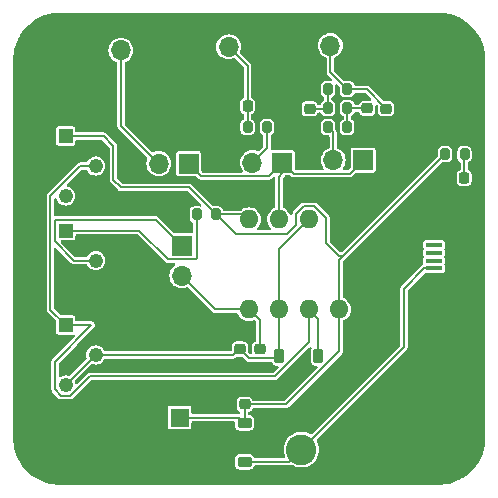
<source format=gbr>
%TF.GenerationSoftware,KiCad,Pcbnew,8.0.5*%
%TF.CreationDate,2024-09-29T15:37:39+05:30*%
%TF.ProjectId,waveform_generator,77617665-666f-4726-9d5f-67656e657261,rev?*%
%TF.SameCoordinates,Original*%
%TF.FileFunction,Copper,L1,Top*%
%TF.FilePolarity,Positive*%
%FSLAX46Y46*%
G04 Gerber Fmt 4.6, Leading zero omitted, Abs format (unit mm)*
G04 Created by KiCad (PCBNEW 8.0.5) date 2024-09-29 15:37:39*
%MOMM*%
%LPD*%
G01*
G04 APERTURE LIST*
G04 Aperture macros list*
%AMRoundRect*
0 Rectangle with rounded corners*
0 $1 Rounding radius*
0 $2 $3 $4 $5 $6 $7 $8 $9 X,Y pos of 4 corners*
0 Add a 4 corners polygon primitive as box body*
4,1,4,$2,$3,$4,$5,$6,$7,$8,$9,$2,$3,0*
0 Add four circle primitives for the rounded corners*
1,1,$1+$1,$2,$3*
1,1,$1+$1,$4,$5*
1,1,$1+$1,$6,$7*
1,1,$1+$1,$8,$9*
0 Add four rect primitives between the rounded corners*
20,1,$1+$1,$2,$3,$4,$5,0*
20,1,$1+$1,$4,$5,$6,$7,0*
20,1,$1+$1,$6,$7,$8,$9,0*
20,1,$1+$1,$8,$9,$2,$3,0*%
G04 Aperture macros list end*
%TA.AperFunction,SMDPad,CuDef*%
%ADD10RoundRect,0.225000X-0.250000X0.225000X-0.250000X-0.225000X0.250000X-0.225000X0.250000X0.225000X0*%
%TD*%
%TA.AperFunction,ComponentPad*%
%ADD11R,2.600000X2.600000*%
%TD*%
%TA.AperFunction,ComponentPad*%
%ADD12C,2.600000*%
%TD*%
%TA.AperFunction,ComponentPad*%
%ADD13C,0.700000*%
%TD*%
%TA.AperFunction,ComponentPad*%
%ADD14C,4.400000*%
%TD*%
%TA.AperFunction,ComponentPad*%
%ADD15R,1.700000X1.700000*%
%TD*%
%TA.AperFunction,ComponentPad*%
%ADD16O,1.700000X1.700000*%
%TD*%
%TA.AperFunction,SMDPad,CuDef*%
%ADD17RoundRect,0.218750X0.256250X-0.218750X0.256250X0.218750X-0.256250X0.218750X-0.256250X-0.218750X0*%
%TD*%
%TA.AperFunction,SMDPad,CuDef*%
%ADD18RoundRect,0.200000X-0.200000X-0.275000X0.200000X-0.275000X0.200000X0.275000X-0.200000X0.275000X0*%
%TD*%
%TA.AperFunction,SMDPad,CuDef*%
%ADD19RoundRect,0.225000X-0.225000X-0.250000X0.225000X-0.250000X0.225000X0.250000X-0.225000X0.250000X0*%
%TD*%
%TA.AperFunction,ComponentPad*%
%ADD20R,1.222000X1.222000*%
%TD*%
%TA.AperFunction,ComponentPad*%
%ADD21C,1.222000*%
%TD*%
%TA.AperFunction,ComponentPad*%
%ADD22R,1.600000X1.600000*%
%TD*%
%TA.AperFunction,ComponentPad*%
%ADD23O,1.600000X1.600000*%
%TD*%
%TA.AperFunction,SMDPad,CuDef*%
%ADD24R,1.380000X0.450000*%
%TD*%
%TA.AperFunction,SMDPad,CuDef*%
%ADD25R,1.300000X1.650000*%
%TD*%
%TA.AperFunction,SMDPad,CuDef*%
%ADD26R,1.550000X1.425000*%
%TD*%
%TA.AperFunction,SMDPad,CuDef*%
%ADD27R,1.900000X1.800000*%
%TD*%
%TA.AperFunction,SMDPad,CuDef*%
%ADD28R,1.900000X1.000000*%
%TD*%
%TA.AperFunction,SMDPad,CuDef*%
%ADD29RoundRect,0.200000X0.200000X0.275000X-0.200000X0.275000X-0.200000X-0.275000X0.200000X-0.275000X0*%
%TD*%
%TA.AperFunction,SMDPad,CuDef*%
%ADD30RoundRect,0.225000X-0.225000X-0.375000X0.225000X-0.375000X0.225000X0.375000X-0.225000X0.375000X0*%
%TD*%
%TA.AperFunction,SMDPad,CuDef*%
%ADD31RoundRect,0.225000X-0.375000X0.225000X-0.375000X-0.225000X0.375000X-0.225000X0.375000X0.225000X0*%
%TD*%
%TA.AperFunction,ComponentPad*%
%ADD32C,1.600000*%
%TD*%
%TA.AperFunction,SMDPad,CuDef*%
%ADD33RoundRect,0.218750X-0.218750X-0.256250X0.218750X-0.256250X0.218750X0.256250X-0.218750X0.256250X0*%
%TD*%
%TA.AperFunction,ViaPad*%
%ADD34C,0.600000*%
%TD*%
%TA.AperFunction,Conductor*%
%ADD35C,0.200000*%
%TD*%
G04 APERTURE END LIST*
D10*
%TO.P,C5,1*%
%TO.N,Net-(J3-Pin_2)*%
X211600000Y-58150000D03*
%TO.P,C5,2*%
%TO.N,GND*%
X211600000Y-59700000D03*
%TD*%
D11*
%TO.P,J4,1,Pin_1*%
%TO.N,GND*%
X209500000Y-87000000D03*
D12*
%TO.P,J4,2,Pin_2*%
%TO.N,Net-(D1-A)*%
X204420000Y-87000000D03*
%TD*%
D10*
%TO.P,C2,1*%
%TO.N,Net-(JP1-B)*%
X200900000Y-78500000D03*
%TO.P,C2,2*%
%TO.N,GND*%
X200900000Y-80050000D03*
%TD*%
D13*
%TO.P,H4,1,1*%
%TO.N,GND*%
X181700000Y-86166726D03*
X182183274Y-85000000D03*
X182183274Y-87333452D03*
X183350000Y-84516726D03*
D14*
X183350000Y-86166726D03*
D13*
X183350000Y-87816726D03*
X184516726Y-85000000D03*
X184516726Y-87333452D03*
X185000000Y-86166726D03*
%TD*%
D10*
%TO.P,C6,1*%
%TO.N,Net-(C6-Pad1)*%
X210000000Y-58125000D03*
%TO.P,C6,2*%
%TO.N,GND*%
X210000000Y-59675000D03*
%TD*%
D15*
%TO.P,JP4,1,A*%
%TO.N,PWM_OUT*%
X209640000Y-62500000D03*
D16*
%TO.P,JP4,2,B*%
%TO.N,Net-(JP4-B)*%
X207100000Y-62500000D03*
%TD*%
D15*
%TO.P,J1,1,Pin_1*%
%TO.N,GND*%
X191675000Y-53200000D03*
D16*
%TO.P,J1,2,Pin_2*%
%TO.N,Net-(J1-Pin_2)*%
X189135000Y-53200000D03*
%TD*%
D17*
%TO.P,C8,1*%
%TO.N,VCC*%
X199600000Y-83175000D03*
%TO.P,C8,2*%
%TO.N,GND*%
X199600000Y-81600000D03*
%TD*%
D18*
%TO.P,R5,1*%
%TO.N,Net-(C4-Pad1)*%
X206650000Y-56500000D03*
%TO.P,R5,2*%
%TO.N,Net-(J3-Pin_2)*%
X208300000Y-56500000D03*
%TD*%
D19*
%TO.P,C3,1*%
%TO.N,Net-(J2-Pin_2)*%
X199850000Y-57900000D03*
%TO.P,C3,2*%
%TO.N,GND*%
X201400000Y-57900000D03*
%TD*%
D18*
%TO.P,R6,1*%
%TO.N,VCC*%
X216575000Y-62000000D03*
%TO.P,R6,2*%
%TO.N,Net-(D3-A)*%
X218225000Y-62000000D03*
%TD*%
D15*
%TO.P,J2,1,Pin_1*%
%TO.N,GND*%
X200800000Y-52900000D03*
D16*
%TO.P,J2,2,Pin_2*%
%TO.N,Net-(J2-Pin_2)*%
X198260000Y-52900000D03*
%TD*%
D10*
%TO.P,C1,1*%
%TO.N,Net-(D2-K)*%
X199200000Y-78500000D03*
%TO.P,C1,2*%
%TO.N,GND*%
X199200000Y-80050000D03*
%TD*%
D20*
%TO.P,RV4,1,1*%
%TO.N,Net-(D2-A)*%
X184460000Y-76460000D03*
D21*
%TO.P,RV4,2,2*%
%TO.N,Net-(D2-K)*%
X187000000Y-79000000D03*
%TO.P,RV4,3,3*%
X184460000Y-81540000D03*
%TD*%
D22*
%TO.P,U1,1,GND*%
%TO.N,GND*%
X207600000Y-67500000D03*
D23*
%TO.P,U1,2,TRIG*%
%TO.N,Net-(D2-K)*%
X205060000Y-67500000D03*
%TO.P,U1,3,out*%
%TO.N,PWM_OUT*%
X202520000Y-67500000D03*
%TO.P,U1,4,~{RESET}*%
%TO.N,VCC*%
X199980000Y-67500000D03*
%TO.P,U1,5,CONT*%
%TO.N,Net-(JP1-B)*%
X199980000Y-75120000D03*
%TO.P,U1,6,THRES*%
%TO.N,Net-(D2-K)*%
X202520000Y-75120000D03*
%TO.P,U1,7,DISCH*%
%TO.N,Net-(D2-A)*%
X205060000Y-75120000D03*
%TO.P,U1,8,Vcc*%
%TO.N,VCC*%
X207600000Y-75120000D03*
%TD*%
D10*
%TO.P,C4,1*%
%TO.N,Net-(C4-Pad1)*%
X205100000Y-58150000D03*
%TO.P,C4,2*%
%TO.N,GND*%
X205100000Y-59700000D03*
%TD*%
D13*
%TO.P,H2,1,1*%
%TO.N,GND*%
X214683274Y-85766726D03*
X215166548Y-84600000D03*
X215166548Y-86933452D03*
X216333274Y-84116726D03*
D14*
X216333274Y-85766726D03*
D13*
X216333274Y-87416726D03*
X217500000Y-84600000D03*
X217500000Y-86933452D03*
X217983274Y-85766726D03*
%TD*%
D20*
%TO.P,RV2,1,1*%
%TO.N,Net-(R1-Pad2)*%
X184460000Y-68460000D03*
D21*
%TO.P,RV2,2,2*%
%TO.N,Net-(JP1-A)*%
X187000000Y-71000000D03*
%TO.P,RV2,3,3*%
%TO.N,GND*%
X184460000Y-73540000D03*
%TD*%
D24*
%TO.P,J5,1,VBUS*%
%TO.N,Net-(D1-A)*%
X215640000Y-71650000D03*
%TO.P,J5,2,D-*%
%TO.N,unconnected-(J5-D--Pad2)*%
X215640000Y-71000000D03*
%TO.P,J5,3,D+*%
%TO.N,unconnected-(J5-D+-Pad3)*%
X215640000Y-70350000D03*
%TO.P,J5,4,ID*%
%TO.N,unconnected-(J5-ID-Pad4)*%
X215640000Y-69700000D03*
%TO.P,J5,5,GND*%
%TO.N,GND*%
X215640000Y-69050000D03*
D25*
%TO.P,J5,6,Shield*%
X218300000Y-73725000D03*
D26*
X215725000Y-72837500D03*
D27*
X218300000Y-71500000D03*
D28*
X218300000Y-68800000D03*
D26*
X215725000Y-67862500D03*
D25*
X218300000Y-66975000D03*
%TD*%
D29*
%TO.P,R4,1*%
%TO.N,Net-(C6-Pad1)*%
X208300000Y-58100000D03*
%TO.P,R4,2*%
%TO.N,Net-(C4-Pad1)*%
X206650000Y-58100000D03*
%TD*%
%TO.P,R2,1*%
%TO.N,Net-(JP3-B)*%
X201500000Y-59700000D03*
%TO.P,R2,2*%
%TO.N,Net-(J2-Pin_2)*%
X199850000Y-59700000D03*
%TD*%
D15*
%TO.P,JP2,1,A*%
%TO.N,PWM_OUT*%
X194875000Y-62800000D03*
D16*
%TO.P,JP2,2,B*%
%TO.N,Net-(J1-Pin_2)*%
X192335000Y-62800000D03*
%TD*%
D30*
%TO.P,D2,1,K*%
%TO.N,Net-(D2-K)*%
X202550000Y-79100000D03*
%TO.P,D2,2,A*%
%TO.N,Net-(D2-A)*%
X205850000Y-79100000D03*
%TD*%
D31*
%TO.P,D1,1,K*%
%TO.N,VCC*%
X199600000Y-84750000D03*
%TO.P,D1,2,A*%
%TO.N,Net-(D1-A)*%
X199600000Y-88050000D03*
%TD*%
D20*
%TO.P,RV1,1,1*%
%TO.N,VCC*%
X184460000Y-60460000D03*
D21*
%TO.P,RV1,2,2*%
%TO.N,Net-(D2-A)*%
X187000000Y-63000000D03*
%TO.P,RV1,3,3*%
%TO.N,unconnected-(RV1-Pad3)*%
X184460000Y-65540000D03*
%TD*%
D15*
%TO.P,JP3,1,A*%
%TO.N,PWM_OUT*%
X202800000Y-62700000D03*
D16*
%TO.P,JP3,2,B*%
%TO.N,Net-(JP3-B)*%
X200260000Y-62700000D03*
%TD*%
D18*
%TO.P,R3,1*%
%TO.N,Net-(JP4-B)*%
X206650000Y-59700000D03*
%TO.P,R3,2*%
%TO.N,Net-(C6-Pad1)*%
X208300000Y-59700000D03*
%TD*%
D22*
%TO.P,C7,1*%
%TO.N,VCC*%
X194100000Y-84294888D03*
D32*
%TO.P,C7,2*%
%TO.N,GND*%
X194100000Y-86794888D03*
%TD*%
D13*
%TO.P,H1,1,1*%
%TO.N,GND*%
X181716726Y-53533274D03*
X182200000Y-52366548D03*
X182200000Y-54700000D03*
X183366726Y-51883274D03*
D14*
X183366726Y-53533274D03*
D13*
X183366726Y-55183274D03*
X184533452Y-52366548D03*
X184533452Y-54700000D03*
X185016726Y-53533274D03*
%TD*%
D33*
%TO.P,D3,1,K*%
%TO.N,GND*%
X216612500Y-64000000D03*
%TO.P,D3,2,A*%
%TO.N,Net-(D3-A)*%
X218187500Y-64000000D03*
%TD*%
D15*
%TO.P,JP1,1,A*%
%TO.N,Net-(JP1-A)*%
X194300000Y-69760000D03*
D16*
%TO.P,JP1,2,B*%
%TO.N,Net-(JP1-B)*%
X194300000Y-72300000D03*
%TD*%
D15*
%TO.P,J3,1,Pin_1*%
%TO.N,GND*%
X209400000Y-52800000D03*
D16*
%TO.P,J3,2,Pin_2*%
%TO.N,Net-(J3-Pin_2)*%
X206860000Y-52800000D03*
%TD*%
D13*
%TO.P,H3,1,1*%
%TO.N,GND*%
X214700000Y-53600000D03*
X215183274Y-52433274D03*
X215183274Y-54766726D03*
X216350000Y-51950000D03*
D14*
X216350000Y-53600000D03*
D13*
X216350000Y-55250000D03*
X217516726Y-52433274D03*
X217516726Y-54766726D03*
X218000000Y-53600000D03*
%TD*%
D29*
%TO.P,R1,1*%
%TO.N,VCC*%
X197200000Y-67100000D03*
%TO.P,R1,2*%
%TO.N,Net-(R1-Pad2)*%
X195550000Y-67100000D03*
%TD*%
D34*
%TO.N,GND*%
X196500000Y-80000000D03*
%TD*%
D35*
%TO.N,Net-(D2-K)*%
X199100000Y-78500000D02*
X198600000Y-79000000D01*
X187000000Y-79000000D02*
X184460000Y-81540000D01*
X202550000Y-79100000D02*
X202550000Y-75150000D01*
X202550000Y-75150000D02*
X202520000Y-75120000D01*
X199200000Y-78500000D02*
X199100000Y-78500000D01*
X199950000Y-79250000D02*
X202400000Y-79250000D01*
X198600000Y-79000000D02*
X187000000Y-79000000D01*
X202520000Y-75120000D02*
X202520000Y-70040000D01*
X202520000Y-70040000D02*
X205060000Y-67500000D01*
X199200000Y-78500000D02*
X199950000Y-79250000D01*
X202400000Y-79250000D02*
X202550000Y-79100000D01*
%TO.N,Net-(JP1-B)*%
X197120000Y-75120000D02*
X194300000Y-72300000D01*
X200900000Y-78500000D02*
X200900000Y-76040000D01*
X200900000Y-76040000D02*
X199980000Y-75120000D01*
X199980000Y-75120000D02*
X197120000Y-75120000D01*
%TO.N,Net-(J2-Pin_2)*%
X199850000Y-59700000D02*
X199850000Y-57900000D01*
X199850000Y-54490000D02*
X198260000Y-52900000D01*
X199850000Y-57900000D02*
X199850000Y-54490000D01*
%TO.N,Net-(C4-Pad1)*%
X205100000Y-58150000D02*
X206600000Y-58150000D01*
X206650000Y-56500000D02*
X206650000Y-58100000D01*
X206600000Y-58150000D02*
X206650000Y-58100000D01*
%TO.N,Net-(J3-Pin_2)*%
X209950000Y-56500000D02*
X211600000Y-58150000D01*
X206860000Y-55060000D02*
X208300000Y-56500000D01*
X206860000Y-52800000D02*
X206860000Y-55060000D01*
X208300000Y-56500000D02*
X209950000Y-56500000D01*
%TO.N,Net-(C6-Pad1)*%
X208300000Y-58100000D02*
X209975000Y-58100000D01*
X209975000Y-58100000D02*
X210000000Y-58125000D01*
X208300000Y-58100000D02*
X208300000Y-59700000D01*
%TO.N,VCC*%
X199600000Y-83175000D02*
X199600000Y-84750000D01*
X205515635Y-66400000D02*
X206500000Y-67384365D01*
X198847157Y-68747157D02*
X203168478Y-68747157D01*
X207600000Y-75120000D02*
X207600000Y-70975000D01*
X199900000Y-67500000D02*
X199500000Y-67100000D01*
X189100000Y-64800000D02*
X194900000Y-64800000D01*
X199500000Y-67100000D02*
X197200000Y-67100000D01*
X203960000Y-67955635D02*
X203960000Y-67044365D01*
X207937500Y-70637500D02*
X216575000Y-62000000D01*
X207600000Y-75120000D02*
X207600000Y-78698696D01*
X194900000Y-64800000D02*
X197200000Y-67100000D01*
X204604365Y-66400000D02*
X205515635Y-66400000D01*
X188500000Y-61300000D02*
X188500000Y-64200000D01*
X203168478Y-68747157D02*
X203960000Y-67955635D01*
X207600000Y-78698696D02*
X203123696Y-83175000D01*
X207600000Y-70975000D02*
X207937500Y-70637500D01*
X203123696Y-83175000D02*
X199600000Y-83175000D01*
X188500000Y-64200000D02*
X189100000Y-64800000D01*
X203960000Y-67044365D02*
X204604365Y-66400000D01*
X197200000Y-67100000D02*
X198847157Y-68747157D01*
X206500000Y-69500000D02*
X207637500Y-70637500D01*
X207637500Y-70637500D02*
X207937500Y-70637500D01*
X194100000Y-84294888D02*
X199144888Y-84294888D01*
X184460000Y-60460000D02*
X187660000Y-60460000D01*
X206500000Y-67384365D02*
X206500000Y-69500000D01*
X199144888Y-84294888D02*
X199600000Y-84750000D01*
X199980000Y-67500000D02*
X199900000Y-67500000D01*
X187660000Y-60460000D02*
X188500000Y-61300000D01*
%TO.N,Net-(D1-A)*%
X199600000Y-88050000D02*
X203370000Y-88050000D01*
X214825000Y-71650000D02*
X215640000Y-71650000D01*
X203370000Y-88050000D02*
X204420000Y-87000000D01*
X213100000Y-73375000D02*
X214825000Y-71650000D01*
X213100000Y-78320000D02*
X213100000Y-73375000D01*
X204420000Y-87000000D02*
X213100000Y-78320000D01*
%TO.N,Net-(D2-A)*%
X205060000Y-77938696D02*
X202198696Y-80800000D01*
X183549000Y-79551000D02*
X186640000Y-76460000D01*
X186640000Y-76460000D02*
X184460000Y-76460000D01*
X205850000Y-79100000D02*
X205850000Y-75910000D01*
X186488349Y-80800000D02*
X184837349Y-82451000D01*
X202198696Y-80800000D02*
X186488349Y-80800000D01*
X184460000Y-76460000D02*
X183149000Y-75149000D01*
X184837349Y-82451000D02*
X184082651Y-82451000D01*
X185700000Y-63000000D02*
X187000000Y-63000000D01*
X183549000Y-81917349D02*
X183549000Y-79551000D01*
X183149000Y-65551000D02*
X185700000Y-63000000D01*
X205060000Y-75120000D02*
X205060000Y-77938696D01*
X183149000Y-75149000D02*
X183149000Y-65551000D01*
X205850000Y-75910000D02*
X205060000Y-75120000D01*
X184082651Y-82451000D02*
X183549000Y-81917349D01*
%TO.N,Net-(D3-A)*%
X218187500Y-62037500D02*
X218225000Y-62000000D01*
X218187500Y-64000000D02*
X218187500Y-62037500D01*
%TO.N,Net-(J1-Pin_2)*%
X189135000Y-59600000D02*
X192335000Y-62800000D01*
X189135000Y-53200000D02*
X189135000Y-59600000D01*
%TO.N,Net-(JP1-A)*%
X192089000Y-67549000D02*
X194300000Y-69760000D01*
X183549000Y-67549000D02*
X192089000Y-67549000D01*
X183549000Y-69371000D02*
X183549000Y-67549000D01*
X187000000Y-71000000D02*
X185178000Y-71000000D01*
X185178000Y-71000000D02*
X183549000Y-69371000D01*
%TO.N,PWM_OUT*%
X201650000Y-63850000D02*
X202800000Y-62700000D01*
X194875000Y-62800000D02*
X195925000Y-63850000D01*
X195925000Y-63850000D02*
X201650000Y-63850000D01*
X202800000Y-63620000D02*
X202520000Y-63900000D01*
X202520000Y-67500000D02*
X202520000Y-63900000D01*
X202800000Y-62700000D02*
X203750000Y-63650000D01*
X208490000Y-63650000D02*
X209640000Y-62500000D01*
X203750000Y-63650000D02*
X208490000Y-63650000D01*
X202800000Y-62700000D02*
X202800000Y-63620000D01*
%TO.N,Net-(JP3-B)*%
X200260000Y-62700000D02*
X201500000Y-61460000D01*
X201500000Y-61460000D02*
X201500000Y-59700000D01*
%TO.N,Net-(JP4-B)*%
X207100000Y-62500000D02*
X207100000Y-60150000D01*
X207100000Y-60150000D02*
X206650000Y-59700000D01*
%TO.N,Net-(R1-Pad2)*%
X195450000Y-70910000D02*
X195550000Y-70810000D01*
X195550000Y-70810000D02*
X195550000Y-67100000D01*
X193150000Y-70910000D02*
X195450000Y-70910000D01*
X184460000Y-68460000D02*
X190700000Y-68460000D01*
X190700000Y-68460000D02*
X193150000Y-70910000D01*
%TD*%
%TA.AperFunction,Conductor*%
%TO.N,GND*%
G36*
X199441206Y-79170185D02*
G01*
X199461847Y-79186818D01*
X199709540Y-79434511D01*
X199765489Y-79490460D01*
X199765491Y-79490461D01*
X199765495Y-79490464D01*
X199834004Y-79530017D01*
X199834011Y-79530021D01*
X199910438Y-79550500D01*
X199989562Y-79550500D01*
X201809932Y-79550500D01*
X201876971Y-79570185D01*
X201920415Y-79618203D01*
X201976472Y-79728220D01*
X201976474Y-79728222D01*
X201976476Y-79728225D01*
X202071774Y-79823523D01*
X202071778Y-79823526D01*
X202071780Y-79823528D01*
X202191874Y-79884719D01*
X202191876Y-79884719D01*
X202191878Y-79884720D01*
X202291507Y-79900500D01*
X202291512Y-79900500D01*
X202373863Y-79900500D01*
X202440902Y-79920185D01*
X202486657Y-79972989D01*
X202496601Y-80042147D01*
X202467576Y-80105703D01*
X202461544Y-80112181D01*
X202110544Y-80463181D01*
X202049221Y-80496666D01*
X202022863Y-80499500D01*
X186448787Y-80499500D01*
X186372359Y-80519978D01*
X186303838Y-80559540D01*
X186303835Y-80559542D01*
X185460231Y-81403146D01*
X185398908Y-81436631D01*
X185329216Y-81431647D01*
X185273283Y-81389775D01*
X185255509Y-81356420D01*
X185232780Y-81291465D01*
X185229218Y-81221686D01*
X185262138Y-81162831D01*
X186622831Y-79802138D01*
X186684152Y-79768655D01*
X186751465Y-79772780D01*
X186818278Y-79796159D01*
X186818286Y-79796161D01*
X186999997Y-79816635D01*
X187000000Y-79816635D01*
X187000003Y-79816635D01*
X187181713Y-79796161D01*
X187181714Y-79796160D01*
X187181718Y-79796160D01*
X187354325Y-79735763D01*
X187509164Y-79638471D01*
X187638471Y-79509164D01*
X187733122Y-79358527D01*
X187785457Y-79312237D01*
X187838116Y-79300500D01*
X198639560Y-79300500D01*
X198639562Y-79300500D01*
X198715989Y-79280021D01*
X198784511Y-79240460D01*
X198838153Y-79186818D01*
X198899477Y-79153334D01*
X198925834Y-79150500D01*
X199374167Y-79150500D01*
X199441206Y-79170185D01*
G37*
%TD.AperFunction*%
%TA.AperFunction,Conductor*%
G36*
X190591206Y-68780185D02*
G01*
X190611848Y-68796819D01*
X192909540Y-71094511D01*
X192965489Y-71150460D01*
X192965491Y-71150461D01*
X192965495Y-71150464D01*
X193024467Y-71184511D01*
X193034011Y-71190021D01*
X193110438Y-71210500D01*
X193110440Y-71210500D01*
X193625090Y-71210500D01*
X193692129Y-71230185D01*
X193737884Y-71282989D01*
X193747828Y-71352147D01*
X193718803Y-71415703D01*
X193703754Y-71430354D01*
X193553589Y-71553589D01*
X193422317Y-71713547D01*
X193422315Y-71713550D01*
X193410442Y-71735763D01*
X193324769Y-71896043D01*
X193264699Y-72094067D01*
X193244417Y-72300000D01*
X193264699Y-72505932D01*
X193264700Y-72505934D01*
X193324768Y-72703954D01*
X193422315Y-72886450D01*
X193422317Y-72886452D01*
X193553589Y-73046410D01*
X193650209Y-73125702D01*
X193713550Y-73177685D01*
X193896046Y-73275232D01*
X194094066Y-73335300D01*
X194094065Y-73335300D01*
X194112529Y-73337118D01*
X194300000Y-73355583D01*
X194505934Y-73335300D01*
X194703954Y-73275232D01*
X194718191Y-73267621D01*
X194786592Y-73253379D01*
X194851837Y-73278377D01*
X194864327Y-73289298D01*
X196879540Y-75304511D01*
X196935489Y-75360460D01*
X196935491Y-75360461D01*
X196935495Y-75360464D01*
X197004004Y-75400017D01*
X197004011Y-75400021D01*
X197080438Y-75420500D01*
X198933672Y-75420500D01*
X199000711Y-75440185D01*
X199046466Y-75492989D01*
X199048787Y-75499131D01*
X199048856Y-75499103D01*
X199051185Y-75504726D01*
X199144086Y-75678532D01*
X199144090Y-75678539D01*
X199269116Y-75830883D01*
X199421460Y-75955909D01*
X199421467Y-75955913D01*
X199595266Y-76048811D01*
X199595269Y-76048811D01*
X199595273Y-76048814D01*
X199783868Y-76106024D01*
X199980000Y-76125341D01*
X200176132Y-76106024D01*
X200364727Y-76048814D01*
X200364732Y-76048811D01*
X200364736Y-76048810D01*
X200370355Y-76046483D01*
X200371232Y-76048602D01*
X200429609Y-76036429D01*
X200494861Y-76061408D01*
X200507380Y-76072351D01*
X200563181Y-76128152D01*
X200596666Y-76189475D01*
X200599500Y-76215833D01*
X200599500Y-77748342D01*
X200579815Y-77815381D01*
X200527011Y-77861136D01*
X200518518Y-77864443D01*
X200468723Y-77889814D01*
X200396780Y-77926472D01*
X200396779Y-77926473D01*
X200396774Y-77926476D01*
X200301476Y-78021774D01*
X200301473Y-78021778D01*
X200240279Y-78141878D01*
X200224500Y-78241506D01*
X200224500Y-78758488D01*
X200228980Y-78786776D01*
X200220024Y-78856070D01*
X200175027Y-78909521D01*
X200108275Y-78930160D01*
X200040962Y-78911434D01*
X200018825Y-78893854D01*
X199911819Y-78786848D01*
X199878334Y-78725525D01*
X199875500Y-78699167D01*
X199875500Y-78241506D01*
X199859720Y-78141878D01*
X199859719Y-78141876D01*
X199859719Y-78141874D01*
X199798528Y-78021780D01*
X199798526Y-78021778D01*
X199798523Y-78021774D01*
X199703225Y-77926476D01*
X199703221Y-77926473D01*
X199703220Y-77926472D01*
X199583126Y-77865281D01*
X199583124Y-77865280D01*
X199583121Y-77865279D01*
X199483493Y-77849500D01*
X199483488Y-77849500D01*
X198916512Y-77849500D01*
X198916507Y-77849500D01*
X198816878Y-77865279D01*
X198696778Y-77926473D01*
X198696774Y-77926476D01*
X198601476Y-78021774D01*
X198601473Y-78021778D01*
X198540279Y-78141878D01*
X198524500Y-78241506D01*
X198524500Y-78575500D01*
X198504815Y-78642539D01*
X198452011Y-78688294D01*
X198400500Y-78699500D01*
X187838116Y-78699500D01*
X187771077Y-78679815D01*
X187733122Y-78641472D01*
X187701959Y-78591876D01*
X187638471Y-78490836D01*
X187509164Y-78361529D01*
X187435561Y-78315281D01*
X187354326Y-78264237D01*
X187181716Y-78203839D01*
X187181713Y-78203838D01*
X187000003Y-78183365D01*
X186999997Y-78183365D01*
X186818286Y-78203838D01*
X186818283Y-78203839D01*
X186645673Y-78264237D01*
X186490835Y-78361529D01*
X186361529Y-78490835D01*
X186264237Y-78645673D01*
X186203839Y-78818283D01*
X186203838Y-78818286D01*
X186183365Y-78999997D01*
X186183365Y-79000002D01*
X186203839Y-79181717D01*
X186227219Y-79248535D01*
X186230780Y-79318314D01*
X186197858Y-79377169D01*
X184837169Y-80737858D01*
X184775846Y-80771343D01*
X184708535Y-80767219D01*
X184641717Y-80743839D01*
X184460003Y-80723365D01*
X184459997Y-80723365D01*
X184278286Y-80743838D01*
X184278283Y-80743839D01*
X184105673Y-80804237D01*
X184039472Y-80845835D01*
X183972235Y-80864835D01*
X183905400Y-80844467D01*
X183860186Y-80791200D01*
X183849500Y-80740841D01*
X183849500Y-79726833D01*
X183869185Y-79659794D01*
X183885819Y-79639152D01*
X185383097Y-78141874D01*
X186880460Y-76644511D01*
X186920021Y-76575989D01*
X186940500Y-76499562D01*
X186940500Y-76420438D01*
X186920021Y-76344011D01*
X186920017Y-76344004D01*
X186880464Y-76275495D01*
X186880458Y-76275487D01*
X186824512Y-76219541D01*
X186824504Y-76219535D01*
X186755995Y-76179982D01*
X186755990Y-76179979D01*
X186730513Y-76173152D01*
X186679562Y-76159500D01*
X186679560Y-76159500D01*
X185395500Y-76159500D01*
X185328461Y-76139815D01*
X185282706Y-76087011D01*
X185271500Y-76035500D01*
X185271500Y-75829249D01*
X185271499Y-75829247D01*
X185259868Y-75770770D01*
X185259867Y-75770769D01*
X185215552Y-75704447D01*
X185149230Y-75660132D01*
X185149229Y-75660131D01*
X185090752Y-75648500D01*
X185090748Y-75648500D01*
X184124833Y-75648500D01*
X184057794Y-75628815D01*
X184037152Y-75612181D01*
X183485819Y-75060848D01*
X183452334Y-74999525D01*
X183449500Y-74973167D01*
X183449500Y-69995833D01*
X183469185Y-69928794D01*
X183521989Y-69883039D01*
X183591147Y-69873095D01*
X183654703Y-69902120D01*
X183661181Y-69908152D01*
X184937540Y-71184511D01*
X184993489Y-71240460D01*
X184993491Y-71240461D01*
X184993495Y-71240464D01*
X185035474Y-71264700D01*
X185062011Y-71280021D01*
X185138438Y-71300500D01*
X185217562Y-71300500D01*
X186161884Y-71300500D01*
X186228923Y-71320185D01*
X186266877Y-71358527D01*
X186361529Y-71509164D01*
X186490836Y-71638471D01*
X186582419Y-71696017D01*
X186610318Y-71713547D01*
X186645675Y-71735763D01*
X186818282Y-71796160D01*
X186818283Y-71796160D01*
X186818286Y-71796161D01*
X186999997Y-71816635D01*
X187000000Y-71816635D01*
X187000003Y-71816635D01*
X187181713Y-71796161D01*
X187181714Y-71796160D01*
X187181718Y-71796160D01*
X187354325Y-71735763D01*
X187509164Y-71638471D01*
X187638471Y-71509164D01*
X187735763Y-71354325D01*
X187796160Y-71181718D01*
X187799683Y-71150458D01*
X187816635Y-70999999D01*
X187816635Y-70999997D01*
X187796161Y-70818286D01*
X187796160Y-70818283D01*
X187761689Y-70719770D01*
X187735763Y-70645675D01*
X187638471Y-70490836D01*
X187509164Y-70361529D01*
X187494327Y-70352206D01*
X187354326Y-70264237D01*
X187181716Y-70203839D01*
X187181713Y-70203838D01*
X187000003Y-70183365D01*
X186999997Y-70183365D01*
X186818286Y-70203838D01*
X186818283Y-70203839D01*
X186645673Y-70264237D01*
X186490835Y-70361529D01*
X186361529Y-70490835D01*
X186266878Y-70641472D01*
X186214543Y-70687763D01*
X186161884Y-70699500D01*
X185353833Y-70699500D01*
X185286794Y-70679815D01*
X185266152Y-70663181D01*
X184086152Y-69483181D01*
X184052667Y-69421858D01*
X184057651Y-69352166D01*
X184099523Y-69296233D01*
X184164987Y-69271816D01*
X184173833Y-69271500D01*
X185090750Y-69271500D01*
X185090751Y-69271499D01*
X185105568Y-69268552D01*
X185149229Y-69259868D01*
X185149229Y-69259867D01*
X185149231Y-69259867D01*
X185215552Y-69215552D01*
X185259867Y-69149231D01*
X185259867Y-69149229D01*
X185259868Y-69149229D01*
X185271499Y-69090752D01*
X185271500Y-69090750D01*
X185271500Y-68884500D01*
X185291185Y-68817461D01*
X185343989Y-68771706D01*
X185395500Y-68760500D01*
X190524167Y-68760500D01*
X190591206Y-68780185D01*
G37*
%TD.AperFunction*%
%TA.AperFunction,Conductor*%
G36*
X216000733Y-50000008D02*
G01*
X216191077Y-50002343D01*
X216201681Y-50002930D01*
X216581224Y-50040312D01*
X216593249Y-50042096D01*
X216966527Y-50116345D01*
X216978329Y-50119301D01*
X217342544Y-50229785D01*
X217354002Y-50233885D01*
X217705627Y-50379532D01*
X217716626Y-50384734D01*
X218052282Y-50564147D01*
X218062713Y-50570399D01*
X218379169Y-50781849D01*
X218388942Y-50789097D01*
X218683148Y-51030544D01*
X218692165Y-51038717D01*
X218961282Y-51307834D01*
X218969455Y-51316851D01*
X219210902Y-51611057D01*
X219218150Y-51620830D01*
X219429600Y-51937286D01*
X219435856Y-51947724D01*
X219615264Y-52283372D01*
X219620467Y-52294372D01*
X219766114Y-52645997D01*
X219770214Y-52657455D01*
X219880698Y-53021670D01*
X219883654Y-53033474D01*
X219957902Y-53406744D01*
X219959688Y-53418781D01*
X219997068Y-53798304D01*
X219997656Y-53808937D01*
X219999991Y-53999266D01*
X220000000Y-54000787D01*
X220000000Y-85999212D01*
X219999991Y-86000733D01*
X219997656Y-86191062D01*
X219997068Y-86201695D01*
X219959688Y-86581218D01*
X219957902Y-86593255D01*
X219883654Y-86966525D01*
X219880698Y-86978329D01*
X219770214Y-87342544D01*
X219766114Y-87354002D01*
X219620467Y-87705627D01*
X219615264Y-87716627D01*
X219435856Y-88052275D01*
X219429600Y-88062713D01*
X219218150Y-88379169D01*
X219210902Y-88388942D01*
X218969455Y-88683148D01*
X218961282Y-88692165D01*
X218692165Y-88961282D01*
X218683148Y-88969455D01*
X218388942Y-89210902D01*
X218379169Y-89218150D01*
X218062713Y-89429600D01*
X218052275Y-89435856D01*
X217716627Y-89615264D01*
X217705627Y-89620467D01*
X217354002Y-89766114D01*
X217342544Y-89770214D01*
X216978329Y-89880698D01*
X216966525Y-89883654D01*
X216593255Y-89957902D01*
X216581218Y-89959688D01*
X216201695Y-89997068D01*
X216191062Y-89997656D01*
X216000734Y-89999991D01*
X215999213Y-90000000D01*
X184000787Y-90000000D01*
X183999266Y-89999991D01*
X183808937Y-89997656D01*
X183798304Y-89997068D01*
X183418781Y-89959688D01*
X183406744Y-89957902D01*
X183033474Y-89883654D01*
X183021670Y-89880698D01*
X182657455Y-89770214D01*
X182645997Y-89766114D01*
X182294372Y-89620467D01*
X182283372Y-89615264D01*
X181947724Y-89435856D01*
X181937286Y-89429600D01*
X181620830Y-89218150D01*
X181611057Y-89210902D01*
X181316851Y-88969455D01*
X181307834Y-88961282D01*
X181038717Y-88692165D01*
X181030544Y-88683148D01*
X180981611Y-88623523D01*
X180880650Y-88500500D01*
X180789097Y-88388942D01*
X180781849Y-88379169D01*
X180570399Y-88062713D01*
X180564143Y-88052275D01*
X180495996Y-87924782D01*
X180424758Y-87791506D01*
X198799500Y-87791506D01*
X198799500Y-88308493D01*
X198815279Y-88408121D01*
X198815280Y-88408124D01*
X198815281Y-88408126D01*
X198841494Y-88459571D01*
X198876473Y-88528221D01*
X198876476Y-88528225D01*
X198971774Y-88623523D01*
X198971778Y-88623526D01*
X198971780Y-88623528D01*
X199091874Y-88684719D01*
X199091876Y-88684719D01*
X199091878Y-88684720D01*
X199191507Y-88700500D01*
X199191512Y-88700500D01*
X200008493Y-88700500D01*
X200108121Y-88684720D01*
X200108121Y-88684719D01*
X200108126Y-88684719D01*
X200228220Y-88623528D01*
X200323528Y-88528220D01*
X200379584Y-88418203D01*
X200427558Y-88367409D01*
X200490068Y-88350500D01*
X203409560Y-88350500D01*
X203409562Y-88350500D01*
X203485989Y-88330021D01*
X203541589Y-88297920D01*
X203609486Y-88281448D01*
X203662604Y-88296253D01*
X203762844Y-88350500D01*
X203815190Y-88378828D01*
X204050386Y-88459571D01*
X204295665Y-88500500D01*
X204544335Y-88500500D01*
X204789614Y-88459571D01*
X205024810Y-88378828D01*
X205243509Y-88260474D01*
X205439744Y-88107738D01*
X205608164Y-87924785D01*
X205744173Y-87716607D01*
X205844063Y-87488881D01*
X205905108Y-87247821D01*
X205925643Y-87000000D01*
X205923847Y-86978329D01*
X205905109Y-86752187D01*
X205905107Y-86752175D01*
X205844063Y-86511118D01*
X205744172Y-86283391D01*
X205727094Y-86257251D01*
X205706906Y-86190361D01*
X205726085Y-86123176D01*
X205743216Y-86101753D01*
X213340460Y-78504511D01*
X213380022Y-78435988D01*
X213400500Y-78359562D01*
X213400500Y-78280438D01*
X213400500Y-73550832D01*
X213420185Y-73483793D01*
X213436814Y-73463156D01*
X214795155Y-72104814D01*
X214856476Y-72071331D01*
X214907025Y-72070880D01*
X214920120Y-72073484D01*
X214930251Y-72075500D01*
X214930252Y-72075500D01*
X216349750Y-72075500D01*
X216349751Y-72075499D01*
X216370707Y-72071331D01*
X216408229Y-72063868D01*
X216408229Y-72063867D01*
X216408231Y-72063867D01*
X216474552Y-72019552D01*
X216518867Y-71953231D01*
X216518867Y-71953229D01*
X216518868Y-71953229D01*
X216530499Y-71894752D01*
X216530500Y-71894750D01*
X216530500Y-71405249D01*
X216519349Y-71349192D01*
X216519349Y-71300808D01*
X216530500Y-71244750D01*
X216530500Y-70755249D01*
X216519349Y-70699192D01*
X216519349Y-70650808D01*
X216530500Y-70594750D01*
X216530500Y-70105249D01*
X216519349Y-70049192D01*
X216519349Y-70000808D01*
X216530500Y-69944750D01*
X216530500Y-69455249D01*
X216530499Y-69455247D01*
X216518868Y-69396770D01*
X216518867Y-69396769D01*
X216474552Y-69330447D01*
X216408230Y-69286132D01*
X216408229Y-69286131D01*
X216349752Y-69274500D01*
X216349748Y-69274500D01*
X214930252Y-69274500D01*
X214930247Y-69274500D01*
X214871770Y-69286131D01*
X214871769Y-69286132D01*
X214805447Y-69330447D01*
X214761132Y-69396769D01*
X214761131Y-69396770D01*
X214749500Y-69455247D01*
X214749500Y-69455252D01*
X214749500Y-69944748D01*
X214753011Y-69962399D01*
X214760651Y-70000810D01*
X214760651Y-70049190D01*
X214749500Y-70105252D01*
X214749500Y-70594748D01*
X214753011Y-70612399D01*
X214760651Y-70650810D01*
X214760651Y-70699190D01*
X214756558Y-70719770D01*
X214749500Y-70755252D01*
X214749500Y-71244748D01*
X214750267Y-71248604D01*
X214750338Y-71248961D01*
X214744109Y-71318553D01*
X214701246Y-71373729D01*
X214690722Y-71380537D01*
X214647918Y-71405251D01*
X214647916Y-71405252D01*
X214640492Y-71409538D01*
X214640486Y-71409542D01*
X212859541Y-73190487D01*
X212859535Y-73190495D01*
X212819982Y-73259004D01*
X212819979Y-73259009D01*
X212799500Y-73335439D01*
X212799500Y-78144166D01*
X212779815Y-78211205D01*
X212763181Y-78231847D01*
X205316671Y-85678356D01*
X205255348Y-85711841D01*
X205185656Y-85706857D01*
X205169973Y-85699730D01*
X205024816Y-85621175D01*
X205024813Y-85621174D01*
X205024810Y-85621172D01*
X205024804Y-85621170D01*
X205024802Y-85621169D01*
X204789616Y-85540429D01*
X204544335Y-85499500D01*
X204295665Y-85499500D01*
X204050383Y-85540429D01*
X203815197Y-85621169D01*
X203815188Y-85621172D01*
X203596493Y-85739524D01*
X203400257Y-85892261D01*
X203231833Y-86075217D01*
X203095826Y-86283393D01*
X202995936Y-86511118D01*
X202934892Y-86752175D01*
X202934890Y-86752187D01*
X202914357Y-86999994D01*
X202914357Y-87000005D01*
X202934890Y-87247812D01*
X202934892Y-87247824D01*
X202995936Y-87488881D01*
X203034015Y-87575690D01*
X203042918Y-87644990D01*
X203012941Y-87708102D01*
X202953602Y-87744989D01*
X202920459Y-87749500D01*
X200490068Y-87749500D01*
X200423029Y-87729815D01*
X200379583Y-87681795D01*
X200360830Y-87644990D01*
X200323528Y-87571780D01*
X200323524Y-87571776D01*
X200323523Y-87571774D01*
X200228225Y-87476476D01*
X200228221Y-87476473D01*
X200228220Y-87476472D01*
X200108126Y-87415281D01*
X200108124Y-87415280D01*
X200108121Y-87415279D01*
X200008493Y-87399500D01*
X200008488Y-87399500D01*
X199191512Y-87399500D01*
X199191507Y-87399500D01*
X199091878Y-87415279D01*
X198971778Y-87476473D01*
X198971774Y-87476476D01*
X198876476Y-87571774D01*
X198876473Y-87571778D01*
X198815279Y-87691878D01*
X198799500Y-87791506D01*
X180424758Y-87791506D01*
X180384734Y-87716626D01*
X180379532Y-87705627D01*
X180354415Y-87644990D01*
X180233884Y-87354001D01*
X180229785Y-87342544D01*
X180119301Y-86978329D01*
X180116345Y-86966525D01*
X180042097Y-86593255D01*
X180040311Y-86581218D01*
X180010978Y-86283393D01*
X180002930Y-86201681D01*
X180002343Y-86191075D01*
X180000009Y-86000732D01*
X180000000Y-85999212D01*
X180000000Y-65511438D01*
X182848500Y-65511438D01*
X182848500Y-75188562D01*
X182859474Y-75229518D01*
X182868978Y-75264987D01*
X182868981Y-75264994D01*
X182869557Y-75265991D01*
X182869555Y-75265991D01*
X182869564Y-75266003D01*
X182891797Y-75304511D01*
X182908539Y-75333510D01*
X183612181Y-76037152D01*
X183645666Y-76098475D01*
X183648500Y-76124833D01*
X183648500Y-77090752D01*
X183660131Y-77149229D01*
X183660132Y-77149230D01*
X183704447Y-77215552D01*
X183770769Y-77259867D01*
X183770770Y-77259868D01*
X183829247Y-77271499D01*
X183829250Y-77271500D01*
X183829252Y-77271500D01*
X185090744Y-77271500D01*
X185090748Y-77271500D01*
X185090751Y-77271499D01*
X185092804Y-77271297D01*
X185093875Y-77271500D01*
X185096840Y-77271500D01*
X185096840Y-77272062D01*
X185161451Y-77284311D01*
X185212165Y-77332372D01*
X185228844Y-77400222D01*
X185206193Y-77466318D01*
X185192648Y-77482380D01*
X183364489Y-79310540D01*
X183308541Y-79366487D01*
X183308535Y-79366495D01*
X183268982Y-79435004D01*
X183268979Y-79435009D01*
X183255326Y-79485962D01*
X183248500Y-79511438D01*
X183248500Y-81956911D01*
X183258739Y-81995124D01*
X183268979Y-82033340D01*
X183268981Y-82033343D01*
X183306019Y-82097493D01*
X183306021Y-82097501D01*
X183306023Y-82097501D01*
X183308537Y-82101856D01*
X183308540Y-82101860D01*
X183842191Y-82635511D01*
X183898140Y-82691460D01*
X183898142Y-82691461D01*
X183898146Y-82691464D01*
X183924621Y-82706749D01*
X183966662Y-82731021D01*
X184043089Y-82751500D01*
X184043091Y-82751500D01*
X184876909Y-82751500D01*
X184876911Y-82751500D01*
X184953338Y-82731021D01*
X185021860Y-82691460D01*
X185077809Y-82635511D01*
X186576501Y-81136819D01*
X186637824Y-81103334D01*
X186664182Y-81100500D01*
X202238256Y-81100500D01*
X202238258Y-81100500D01*
X202314685Y-81080021D01*
X202383207Y-81040460D01*
X202439156Y-80984511D01*
X205060070Y-78363596D01*
X205121391Y-78330113D01*
X205191083Y-78335097D01*
X205247016Y-78376969D01*
X205271433Y-78442433D01*
X205258234Y-78507573D01*
X205215279Y-78591876D01*
X205199500Y-78691506D01*
X205199500Y-79508493D01*
X205215279Y-79608121D01*
X205215280Y-79608124D01*
X205215281Y-79608126D01*
X205276472Y-79728220D01*
X205276473Y-79728221D01*
X205276476Y-79728225D01*
X205371774Y-79823523D01*
X205371778Y-79823526D01*
X205371780Y-79823528D01*
X205491874Y-79884719D01*
X205491876Y-79884719D01*
X205491878Y-79884720D01*
X205591507Y-79900500D01*
X205591512Y-79900500D01*
X205673863Y-79900500D01*
X205740902Y-79920185D01*
X205786657Y-79972989D01*
X205796601Y-80042147D01*
X205767576Y-80105703D01*
X205761544Y-80112181D01*
X203035544Y-82838181D01*
X202974221Y-82871666D01*
X202947863Y-82874500D01*
X200361118Y-82874500D01*
X200294079Y-82854815D01*
X200250635Y-82806798D01*
X200199658Y-82706749D01*
X200199656Y-82706747D01*
X200199653Y-82706743D01*
X200105756Y-82612846D01*
X200105753Y-82612844D01*
X200105751Y-82612842D01*
X199987420Y-82552549D01*
X199987419Y-82552548D01*
X199987416Y-82552547D01*
X199987417Y-82552547D01*
X199889251Y-82537000D01*
X199889246Y-82537000D01*
X199310754Y-82537000D01*
X199310749Y-82537000D01*
X199212582Y-82552547D01*
X199133692Y-82592744D01*
X199094249Y-82612842D01*
X199094248Y-82612843D01*
X199094243Y-82612846D01*
X199000346Y-82706743D01*
X199000343Y-82706748D01*
X198940047Y-82825082D01*
X198924500Y-82923248D01*
X198924500Y-83426751D01*
X198940047Y-83524917D01*
X198959364Y-83562829D01*
X199000342Y-83643251D01*
X199000344Y-83643253D01*
X199000346Y-83643256D01*
X199094243Y-83737153D01*
X199094247Y-83737156D01*
X199094249Y-83737158D01*
X199138891Y-83759904D01*
X199189686Y-83807877D01*
X199206481Y-83875698D01*
X199183944Y-83941833D01*
X199129229Y-83985285D01*
X199082595Y-83994388D01*
X195224500Y-83994388D01*
X195157461Y-83974703D01*
X195111706Y-83921899D01*
X195100500Y-83870388D01*
X195100500Y-83475137D01*
X195100499Y-83475135D01*
X195088868Y-83416658D01*
X195088867Y-83416657D01*
X195044552Y-83350335D01*
X194978230Y-83306020D01*
X194978229Y-83306019D01*
X194919752Y-83294388D01*
X194919748Y-83294388D01*
X193280252Y-83294388D01*
X193280247Y-83294388D01*
X193221770Y-83306019D01*
X193221769Y-83306020D01*
X193155447Y-83350335D01*
X193111132Y-83416657D01*
X193111131Y-83416658D01*
X193099500Y-83475135D01*
X193099500Y-85114640D01*
X193111131Y-85173117D01*
X193111132Y-85173118D01*
X193155447Y-85239440D01*
X193221769Y-85283755D01*
X193221770Y-85283756D01*
X193280247Y-85295387D01*
X193280250Y-85295388D01*
X193280252Y-85295388D01*
X194919750Y-85295388D01*
X194919751Y-85295387D01*
X194934568Y-85292440D01*
X194978229Y-85283756D01*
X194978229Y-85283755D01*
X194978231Y-85283755D01*
X195044552Y-85239440D01*
X195088867Y-85173119D01*
X195088867Y-85173117D01*
X195088868Y-85173117D01*
X195100499Y-85114640D01*
X195100500Y-85114638D01*
X195100500Y-84719388D01*
X195120185Y-84652349D01*
X195172989Y-84606594D01*
X195224500Y-84595388D01*
X198675500Y-84595388D01*
X198742539Y-84615073D01*
X198788294Y-84667877D01*
X198799500Y-84719388D01*
X198799500Y-85008493D01*
X198815279Y-85108121D01*
X198815280Y-85108124D01*
X198815281Y-85108126D01*
X198848397Y-85173119D01*
X198876473Y-85228221D01*
X198876476Y-85228225D01*
X198971774Y-85323523D01*
X198971778Y-85323526D01*
X198971780Y-85323528D01*
X199091874Y-85384719D01*
X199091876Y-85384719D01*
X199091878Y-85384720D01*
X199191507Y-85400500D01*
X199191512Y-85400500D01*
X200008493Y-85400500D01*
X200108121Y-85384720D01*
X200108121Y-85384719D01*
X200108126Y-85384719D01*
X200228220Y-85323528D01*
X200323528Y-85228220D01*
X200384719Y-85108126D01*
X200384720Y-85108121D01*
X200400500Y-85008493D01*
X200400500Y-84491506D01*
X200384720Y-84391878D01*
X200384719Y-84391876D01*
X200384719Y-84391874D01*
X200323528Y-84271780D01*
X200323526Y-84271778D01*
X200323523Y-84271774D01*
X200228225Y-84176476D01*
X200228221Y-84176473D01*
X200228220Y-84176472D01*
X200108126Y-84115281D01*
X200108124Y-84115280D01*
X200108121Y-84115279D01*
X200005101Y-84098962D01*
X199941967Y-84069032D01*
X199905036Y-84009720D01*
X199900500Y-83976489D01*
X199900500Y-83915784D01*
X199920185Y-83848745D01*
X199972989Y-83802990D01*
X199986180Y-83797854D01*
X199987414Y-83797452D01*
X199987414Y-83797451D01*
X199987420Y-83797451D01*
X200105751Y-83737158D01*
X200199658Y-83643251D01*
X200250635Y-83543202D01*
X200298607Y-83492409D01*
X200361118Y-83475500D01*
X203163256Y-83475500D01*
X203163258Y-83475500D01*
X203239685Y-83455021D01*
X203308207Y-83415460D01*
X203364156Y-83359511D01*
X207840460Y-78883207D01*
X207854940Y-78858126D01*
X207880021Y-78814685D01*
X207900500Y-78738258D01*
X207900500Y-76166328D01*
X207920185Y-76099289D01*
X207972989Y-76053534D01*
X207979131Y-76051212D01*
X207979103Y-76051144D01*
X207984723Y-76048815D01*
X207984727Y-76048814D01*
X208158538Y-75955910D01*
X208310883Y-75830883D01*
X208435910Y-75678538D01*
X208487323Y-75582351D01*
X208528811Y-75504733D01*
X208528811Y-75504732D01*
X208528814Y-75504727D01*
X208586024Y-75316132D01*
X208605341Y-75120000D01*
X208586024Y-74923868D01*
X208528814Y-74735273D01*
X208528811Y-74735269D01*
X208528811Y-74735266D01*
X208435913Y-74561467D01*
X208435909Y-74561460D01*
X208310883Y-74409116D01*
X208158539Y-74284090D01*
X208158532Y-74284086D01*
X207984730Y-74191187D01*
X207979100Y-74188855D01*
X207979974Y-74186744D01*
X207930058Y-74154024D01*
X207901608Y-74090209D01*
X207900500Y-74073671D01*
X207900500Y-71150833D01*
X207920185Y-71083794D01*
X207936819Y-71063152D01*
X208177960Y-70822011D01*
X210203152Y-68796819D01*
X215289221Y-63710748D01*
X217549500Y-63710748D01*
X217549500Y-64289251D01*
X217565047Y-64387417D01*
X217565049Y-64387420D01*
X217625342Y-64505751D01*
X217625344Y-64505753D01*
X217625346Y-64505756D01*
X217719243Y-64599653D01*
X217719245Y-64599654D01*
X217719249Y-64599658D01*
X217837580Y-64659951D01*
X217837581Y-64659951D01*
X217837583Y-64659952D01*
X217837582Y-64659952D01*
X217935749Y-64675500D01*
X217935754Y-64675500D01*
X218439251Y-64675500D01*
X218537417Y-64659952D01*
X218537418Y-64659951D01*
X218537420Y-64659951D01*
X218655751Y-64599658D01*
X218749658Y-64505751D01*
X218809951Y-64387420D01*
X218809951Y-64387418D01*
X218809952Y-64387417D01*
X218825500Y-64289251D01*
X218825500Y-63710748D01*
X218809952Y-63612582D01*
X218778319Y-63550500D01*
X218749658Y-63494249D01*
X218749654Y-63494245D01*
X218749653Y-63494243D01*
X218655756Y-63400346D01*
X218655753Y-63400344D01*
X218655751Y-63400342D01*
X218555704Y-63349365D01*
X218504909Y-63301391D01*
X218488000Y-63238881D01*
X218488000Y-62768378D01*
X218507685Y-62701339D01*
X218555702Y-62657895D01*
X218663342Y-62603050D01*
X218753050Y-62513342D01*
X218810646Y-62400304D01*
X218810646Y-62400302D01*
X218810647Y-62400301D01*
X218825499Y-62306524D01*
X218825500Y-62306519D01*
X218825499Y-61693482D01*
X218810646Y-61599696D01*
X218753050Y-61486658D01*
X218753046Y-61486654D01*
X218753045Y-61486652D01*
X218663347Y-61396954D01*
X218663344Y-61396952D01*
X218663342Y-61396950D01*
X218573563Y-61351205D01*
X218550301Y-61339352D01*
X218456524Y-61324500D01*
X217993482Y-61324500D01*
X217912519Y-61337323D01*
X217899696Y-61339354D01*
X217786658Y-61396950D01*
X217786657Y-61396951D01*
X217786652Y-61396954D01*
X217696954Y-61486652D01*
X217696951Y-61486657D01*
X217696950Y-61486658D01*
X217687376Y-61505448D01*
X217639352Y-61599698D01*
X217624500Y-61693475D01*
X217624500Y-62306517D01*
X217633213Y-62361529D01*
X217639354Y-62400304D01*
X217696950Y-62513342D01*
X217696952Y-62513344D01*
X217696954Y-62513347D01*
X217786652Y-62603045D01*
X217786661Y-62603052D01*
X217819295Y-62619680D01*
X217870091Y-62667654D01*
X217887000Y-62730164D01*
X217887000Y-63238881D01*
X217867315Y-63305920D01*
X217819295Y-63349365D01*
X217719249Y-63400342D01*
X217719248Y-63400343D01*
X217719243Y-63400346D01*
X217625346Y-63494243D01*
X217625343Y-63494248D01*
X217625342Y-63494249D01*
X217615696Y-63513181D01*
X217565047Y-63612582D01*
X217549500Y-63710748D01*
X215289221Y-63710748D01*
X216288153Y-62711816D01*
X216349474Y-62678333D01*
X216375823Y-62675499D01*
X216806518Y-62675499D01*
X216900304Y-62660646D01*
X217013342Y-62603050D01*
X217103050Y-62513342D01*
X217160646Y-62400304D01*
X217160646Y-62400302D01*
X217160647Y-62400301D01*
X217175499Y-62306524D01*
X217175500Y-62306519D01*
X217175499Y-61693482D01*
X217160646Y-61599696D01*
X217103050Y-61486658D01*
X217103046Y-61486654D01*
X217103045Y-61486652D01*
X217013347Y-61396954D01*
X217013344Y-61396952D01*
X217013342Y-61396950D01*
X216923563Y-61351205D01*
X216900301Y-61339352D01*
X216806524Y-61324500D01*
X216343482Y-61324500D01*
X216262519Y-61337323D01*
X216249696Y-61339354D01*
X216136658Y-61396950D01*
X216136657Y-61396951D01*
X216136652Y-61396954D01*
X216046954Y-61486652D01*
X216046951Y-61486657D01*
X216046950Y-61486658D01*
X216037376Y-61505448D01*
X215989352Y-61599698D01*
X215974500Y-61693475D01*
X215974500Y-62124166D01*
X215954815Y-62191205D01*
X215938181Y-62211847D01*
X207875180Y-70274847D01*
X207813857Y-70308332D01*
X207744165Y-70303348D01*
X207699818Y-70274847D01*
X206836819Y-69411848D01*
X206803334Y-69350525D01*
X206800500Y-69324167D01*
X206800500Y-67344804D01*
X206790782Y-67308537D01*
X206780021Y-67268376D01*
X206757181Y-67228815D01*
X206740464Y-67199860D01*
X206740458Y-67199852D01*
X205700147Y-66159541D01*
X205700139Y-66159535D01*
X205631630Y-66119982D01*
X205631625Y-66119979D01*
X205606148Y-66113152D01*
X205555197Y-66099500D01*
X204643927Y-66099500D01*
X204564803Y-66099500D01*
X204488375Y-66119978D01*
X204419854Y-66159540D01*
X204419851Y-66159542D01*
X203719541Y-66859852D01*
X203719535Y-66859860D01*
X203679982Y-66928369D01*
X203679979Y-66928374D01*
X203659500Y-67004804D01*
X203659500Y-67014402D01*
X203639815Y-67081441D01*
X203587011Y-67127196D01*
X203517853Y-67137140D01*
X203454297Y-67108115D01*
X203426142Y-67072855D01*
X203355913Y-66941467D01*
X203355909Y-66941460D01*
X203230883Y-66789116D01*
X203078539Y-66664090D01*
X203078532Y-66664086D01*
X202904730Y-66571187D01*
X202899100Y-66568855D01*
X202899974Y-66566744D01*
X202850058Y-66534024D01*
X202821608Y-66470209D01*
X202820500Y-66453671D01*
X202820500Y-64075833D01*
X202840185Y-64008794D01*
X202856819Y-63988152D01*
X202927819Y-63917152D01*
X203040460Y-63804511D01*
X203040464Y-63804503D01*
X203044679Y-63799012D01*
X203101108Y-63757810D01*
X203143054Y-63750500D01*
X203374167Y-63750500D01*
X203441206Y-63770185D01*
X203461848Y-63786819D01*
X203509540Y-63834511D01*
X203565489Y-63890460D01*
X203565491Y-63890461D01*
X203565495Y-63890464D01*
X203611721Y-63917152D01*
X203634011Y-63930021D01*
X203710438Y-63950500D01*
X203710440Y-63950500D01*
X208529560Y-63950500D01*
X208529562Y-63950500D01*
X208605989Y-63930021D01*
X208674511Y-63890460D01*
X208730460Y-63834511D01*
X208978152Y-63586819D01*
X209039475Y-63553334D01*
X209065833Y-63550500D01*
X210509750Y-63550500D01*
X210509751Y-63550499D01*
X210530310Y-63546410D01*
X210568229Y-63538868D01*
X210568229Y-63538867D01*
X210568231Y-63538867D01*
X210634552Y-63494552D01*
X210678867Y-63428231D01*
X210678867Y-63428229D01*
X210678868Y-63428229D01*
X210690499Y-63369752D01*
X210690500Y-63369750D01*
X210690500Y-61630249D01*
X210690499Y-61630247D01*
X210678868Y-61571770D01*
X210678867Y-61571769D01*
X210634552Y-61505447D01*
X210568230Y-61461132D01*
X210568229Y-61461131D01*
X210509752Y-61449500D01*
X210509748Y-61449500D01*
X208770252Y-61449500D01*
X208770247Y-61449500D01*
X208711770Y-61461131D01*
X208711769Y-61461132D01*
X208645447Y-61505447D01*
X208601132Y-61571769D01*
X208601131Y-61571770D01*
X208589500Y-61630247D01*
X208589500Y-63074167D01*
X208569815Y-63141206D01*
X208553181Y-63161848D01*
X208401848Y-63313181D01*
X208340525Y-63346666D01*
X208314167Y-63349500D01*
X208023982Y-63349500D01*
X207956943Y-63329815D01*
X207911188Y-63277011D01*
X207901244Y-63207853D01*
X207928129Y-63146835D01*
X207963320Y-63103954D01*
X207977685Y-63086450D01*
X208075232Y-62903954D01*
X208135300Y-62705934D01*
X208155583Y-62500000D01*
X208135300Y-62294066D01*
X208075232Y-62096046D01*
X207977685Y-61913550D01*
X207909322Y-61830249D01*
X207846410Y-61753589D01*
X207713496Y-61644511D01*
X207686450Y-61622315D01*
X207564786Y-61557283D01*
X207503953Y-61524767D01*
X207488504Y-61520081D01*
X207430066Y-61481784D01*
X207401609Y-61417971D01*
X207400500Y-61401421D01*
X207400500Y-60110439D01*
X207400500Y-60110438D01*
X207380021Y-60034011D01*
X207380017Y-60034004D01*
X207340464Y-59965495D01*
X207340458Y-59965487D01*
X207286818Y-59911847D01*
X207253333Y-59850524D01*
X207250499Y-59824166D01*
X207250499Y-59393482D01*
X207250498Y-59393475D01*
X207235646Y-59299696D01*
X207178050Y-59186658D01*
X207178046Y-59186654D01*
X207178045Y-59186652D01*
X207088347Y-59096954D01*
X207088344Y-59096952D01*
X207088342Y-59096950D01*
X207011517Y-59057805D01*
X206975301Y-59039352D01*
X206881524Y-59024500D01*
X206418482Y-59024500D01*
X206337519Y-59037323D01*
X206324696Y-59039354D01*
X206211658Y-59096950D01*
X206211657Y-59096951D01*
X206211652Y-59096954D01*
X206121954Y-59186652D01*
X206121951Y-59186657D01*
X206064352Y-59299698D01*
X206049500Y-59393475D01*
X206049500Y-60006517D01*
X206060292Y-60074657D01*
X206064354Y-60100304D01*
X206121950Y-60213342D01*
X206121952Y-60213344D01*
X206121954Y-60213347D01*
X206211652Y-60303045D01*
X206211654Y-60303046D01*
X206211658Y-60303050D01*
X206324694Y-60360645D01*
X206324698Y-60360647D01*
X206418475Y-60375499D01*
X206418481Y-60375500D01*
X206675501Y-60375499D01*
X206742539Y-60395183D01*
X206788294Y-60447987D01*
X206799500Y-60499499D01*
X206799500Y-61401421D01*
X206779815Y-61468460D01*
X206727011Y-61514215D01*
X206711496Y-61520081D01*
X206696046Y-61524767D01*
X206608112Y-61571770D01*
X206513550Y-61622315D01*
X206513548Y-61622316D01*
X206513547Y-61622317D01*
X206353589Y-61753589D01*
X206222317Y-61913547D01*
X206222315Y-61913550D01*
X206200914Y-61953589D01*
X206124769Y-62096043D01*
X206064699Y-62294067D01*
X206044417Y-62500000D01*
X206064699Y-62705932D01*
X206124769Y-62903956D01*
X206222317Y-63086453D01*
X206271871Y-63146835D01*
X206299184Y-63211145D01*
X206287393Y-63280013D01*
X206240240Y-63331573D01*
X206176018Y-63349500D01*
X203974500Y-63349500D01*
X203907461Y-63329815D01*
X203861706Y-63277011D01*
X203850500Y-63225500D01*
X203850500Y-61830249D01*
X203850499Y-61830247D01*
X203838868Y-61771770D01*
X203838867Y-61771769D01*
X203794552Y-61705447D01*
X203728230Y-61661132D01*
X203728229Y-61661131D01*
X203669752Y-61649500D01*
X203669748Y-61649500D01*
X201930252Y-61649500D01*
X201924160Y-61649500D01*
X201924160Y-61647261D01*
X201865360Y-61636104D01*
X201814654Y-61588034D01*
X201797987Y-61520182D01*
X201799919Y-61507682D01*
X201799439Y-61507619D01*
X201800500Y-61499561D01*
X201800500Y-60449271D01*
X201820185Y-60382232D01*
X201868203Y-60338787D01*
X201938342Y-60303050D01*
X202028050Y-60213342D01*
X202085646Y-60100304D01*
X202085646Y-60100302D01*
X202085647Y-60100301D01*
X202100499Y-60006524D01*
X202100500Y-60006519D01*
X202100499Y-59393482D01*
X202085646Y-59299696D01*
X202028050Y-59186658D01*
X202028046Y-59186654D01*
X202028045Y-59186652D01*
X201938347Y-59096954D01*
X201938344Y-59096952D01*
X201938342Y-59096950D01*
X201861517Y-59057805D01*
X201825301Y-59039352D01*
X201731524Y-59024500D01*
X201268482Y-59024500D01*
X201187519Y-59037323D01*
X201174696Y-59039354D01*
X201061658Y-59096950D01*
X201061657Y-59096951D01*
X201061652Y-59096954D01*
X200971954Y-59186652D01*
X200971951Y-59186657D01*
X200914352Y-59299698D01*
X200899500Y-59393475D01*
X200899500Y-60006517D01*
X200910292Y-60074657D01*
X200914354Y-60100304D01*
X200971950Y-60213342D01*
X200971952Y-60213344D01*
X200971954Y-60213347D01*
X201061652Y-60303045D01*
X201061654Y-60303046D01*
X201061658Y-60303050D01*
X201131796Y-60338787D01*
X201182591Y-60386761D01*
X201199500Y-60449271D01*
X201199500Y-61284166D01*
X201179815Y-61351205D01*
X201163181Y-61371847D01*
X200824326Y-61710701D01*
X200763003Y-61744186D01*
X200693311Y-61739202D01*
X200678193Y-61732379D01*
X200663956Y-61724769D01*
X200663955Y-61724768D01*
X200663954Y-61724768D01*
X200465934Y-61664700D01*
X200465932Y-61664699D01*
X200465934Y-61664699D01*
X200260000Y-61644417D01*
X200054067Y-61664699D01*
X199856043Y-61724769D01*
X199745898Y-61783643D01*
X199673550Y-61822315D01*
X199673548Y-61822316D01*
X199673547Y-61822317D01*
X199513589Y-61953589D01*
X199382317Y-62113547D01*
X199382315Y-62113550D01*
X199349187Y-62175528D01*
X199284769Y-62296043D01*
X199224699Y-62494067D01*
X199204417Y-62700000D01*
X199224699Y-62905932D01*
X199224700Y-62905934D01*
X199284768Y-63103954D01*
X199378874Y-63280013D01*
X199382317Y-63286453D01*
X199431871Y-63346835D01*
X199459184Y-63411145D01*
X199447393Y-63480013D01*
X199400240Y-63531573D01*
X199336018Y-63549500D01*
X196100833Y-63549500D01*
X196033794Y-63529815D01*
X196013152Y-63513181D01*
X195961819Y-63461848D01*
X195928334Y-63400525D01*
X195925500Y-63374167D01*
X195925500Y-61930249D01*
X195925499Y-61930247D01*
X195913868Y-61871770D01*
X195913867Y-61871769D01*
X195869552Y-61805447D01*
X195803230Y-61761132D01*
X195803229Y-61761131D01*
X195744752Y-61749500D01*
X195744748Y-61749500D01*
X194005252Y-61749500D01*
X194005247Y-61749500D01*
X193946770Y-61761131D01*
X193946769Y-61761132D01*
X193880447Y-61805447D01*
X193836132Y-61871769D01*
X193836131Y-61871770D01*
X193824500Y-61930247D01*
X193824500Y-63669752D01*
X193836131Y-63728229D01*
X193836132Y-63728230D01*
X193880447Y-63794552D01*
X193946769Y-63838867D01*
X193946770Y-63838868D01*
X194005247Y-63850499D01*
X194005250Y-63850500D01*
X194005252Y-63850500D01*
X195449167Y-63850500D01*
X195516206Y-63870185D01*
X195536848Y-63886819D01*
X195684540Y-64034511D01*
X195740489Y-64090460D01*
X195740491Y-64090461D01*
X195740495Y-64090464D01*
X195777534Y-64111848D01*
X195809011Y-64130021D01*
X195885438Y-64150500D01*
X195885440Y-64150500D01*
X201689560Y-64150500D01*
X201689562Y-64150500D01*
X201765989Y-64130021D01*
X201834511Y-64090460D01*
X201890460Y-64034511D01*
X202007819Y-63917152D01*
X202069142Y-63883667D01*
X202138834Y-63888651D01*
X202194767Y-63930523D01*
X202219184Y-63995987D01*
X202219500Y-64004833D01*
X202219500Y-66453671D01*
X202199815Y-66520710D01*
X202147011Y-66566465D01*
X202140871Y-66568786D01*
X202140900Y-66568855D01*
X202135269Y-66571187D01*
X201961467Y-66664086D01*
X201961460Y-66664090D01*
X201809116Y-66789116D01*
X201684090Y-66941460D01*
X201684086Y-66941467D01*
X201591188Y-67115266D01*
X201533975Y-67303870D01*
X201514659Y-67500000D01*
X201533975Y-67696129D01*
X201546915Y-67738786D01*
X201586471Y-67869185D01*
X201591188Y-67884733D01*
X201684086Y-68058532D01*
X201684090Y-68058539D01*
X201809116Y-68210883D01*
X201828516Y-68226804D01*
X201867850Y-68284550D01*
X201869721Y-68354394D01*
X201833533Y-68414163D01*
X201770777Y-68444878D01*
X201749851Y-68446657D01*
X200750149Y-68446657D01*
X200683110Y-68426972D01*
X200637355Y-68374168D01*
X200627411Y-68305010D01*
X200656436Y-68241454D01*
X200671484Y-68226804D01*
X200690883Y-68210883D01*
X200815909Y-68058539D01*
X200815913Y-68058532D01*
X200908811Y-67884733D01*
X200908811Y-67884732D01*
X200908814Y-67884727D01*
X200966024Y-67696132D01*
X200985341Y-67500000D01*
X200966024Y-67303868D01*
X200908814Y-67115273D01*
X200908811Y-67115269D01*
X200908811Y-67115266D01*
X200815913Y-66941467D01*
X200815909Y-66941460D01*
X200690883Y-66789116D01*
X200538539Y-66664090D01*
X200538532Y-66664086D01*
X200364733Y-66571188D01*
X200364727Y-66571186D01*
X200176132Y-66513976D01*
X200176129Y-66513975D01*
X199980000Y-66494659D01*
X199783870Y-66513975D01*
X199595266Y-66571188D01*
X199421467Y-66664086D01*
X199421460Y-66664090D01*
X199344793Y-66727011D01*
X199290761Y-66771353D01*
X199226454Y-66798666D01*
X199212098Y-66799500D01*
X197907360Y-66799500D01*
X197840321Y-66779815D01*
X197794566Y-66727011D01*
X197789088Y-66708842D01*
X197788663Y-66708981D01*
X197785647Y-66699699D01*
X197785646Y-66699697D01*
X197785646Y-66699696D01*
X197728050Y-66586658D01*
X197728046Y-66586654D01*
X197728045Y-66586652D01*
X197638347Y-66496954D01*
X197638344Y-66496952D01*
X197638342Y-66496950D01*
X197553403Y-66453671D01*
X197525301Y-66439352D01*
X197431524Y-66424500D01*
X197000833Y-66424500D01*
X196933794Y-66404815D01*
X196913152Y-66388181D01*
X195084512Y-64559541D01*
X195084504Y-64559535D01*
X195015995Y-64519982D01*
X195015990Y-64519979D01*
X194990513Y-64513152D01*
X194939562Y-64499500D01*
X194939560Y-64499500D01*
X189275833Y-64499500D01*
X189208794Y-64479815D01*
X189188152Y-64463181D01*
X188836819Y-64111848D01*
X188803334Y-64050525D01*
X188800500Y-64024167D01*
X188800500Y-61260439D01*
X188800347Y-61259867D01*
X188780021Y-61184011D01*
X188759941Y-61149231D01*
X188740464Y-61115495D01*
X188740458Y-61115487D01*
X187844510Y-60219539D01*
X187818549Y-60204551D01*
X187792587Y-60189562D01*
X187775989Y-60179979D01*
X187699562Y-60159500D01*
X187699560Y-60159500D01*
X185395500Y-60159500D01*
X185328461Y-60139815D01*
X185282706Y-60087011D01*
X185271500Y-60035500D01*
X185271500Y-59829249D01*
X185271499Y-59829247D01*
X185259868Y-59770770D01*
X185259867Y-59770769D01*
X185215552Y-59704447D01*
X185149230Y-59660132D01*
X185149229Y-59660131D01*
X185090752Y-59648500D01*
X185090748Y-59648500D01*
X183829252Y-59648500D01*
X183829247Y-59648500D01*
X183770770Y-59660131D01*
X183770769Y-59660132D01*
X183704447Y-59704447D01*
X183660132Y-59770769D01*
X183660131Y-59770770D01*
X183648500Y-59829247D01*
X183648500Y-61090752D01*
X183660131Y-61149229D01*
X183660132Y-61149230D01*
X183704447Y-61215552D01*
X183770769Y-61259867D01*
X183770770Y-61259868D01*
X183829247Y-61271499D01*
X183829250Y-61271500D01*
X183829252Y-61271500D01*
X185090750Y-61271500D01*
X185090751Y-61271499D01*
X185105568Y-61268552D01*
X185149229Y-61259868D01*
X185149229Y-61259867D01*
X185149231Y-61259867D01*
X185215552Y-61215552D01*
X185259867Y-61149231D01*
X185259867Y-61149229D01*
X185259868Y-61149229D01*
X185271499Y-61090752D01*
X185271500Y-61090750D01*
X185271500Y-60884500D01*
X185291185Y-60817461D01*
X185343989Y-60771706D01*
X185395500Y-60760500D01*
X187484167Y-60760500D01*
X187551206Y-60780185D01*
X187571848Y-60796819D01*
X188163181Y-61388152D01*
X188196666Y-61449475D01*
X188199500Y-61475833D01*
X188199500Y-64239562D01*
X188212813Y-64289246D01*
X188219979Y-64315990D01*
X188219982Y-64315995D01*
X188259535Y-64384504D01*
X188259539Y-64384509D01*
X188259540Y-64384511D01*
X188859540Y-64984511D01*
X188915489Y-65040460D01*
X188915491Y-65040461D01*
X188915495Y-65040464D01*
X188984004Y-65080017D01*
X188984011Y-65080021D01*
X189060438Y-65100500D01*
X189139562Y-65100500D01*
X194724167Y-65100500D01*
X194791206Y-65120185D01*
X194811848Y-65136819D01*
X195889520Y-66214491D01*
X195923005Y-66275814D01*
X195918021Y-66345506D01*
X195876149Y-66401439D01*
X195810685Y-66425856D01*
X195786388Y-66424814D01*
X195786383Y-66424882D01*
X195784504Y-66424734D01*
X195782445Y-66424646D01*
X195781523Y-66424500D01*
X195318482Y-66424500D01*
X195237519Y-66437323D01*
X195224696Y-66439354D01*
X195111658Y-66496950D01*
X195111657Y-66496951D01*
X195111652Y-66496954D01*
X195021954Y-66586652D01*
X195021951Y-66586657D01*
X194964352Y-66699698D01*
X194949500Y-66793475D01*
X194949500Y-67406517D01*
X194960028Y-67472989D01*
X194964354Y-67500304D01*
X195021950Y-67613342D01*
X195021952Y-67613344D01*
X195021954Y-67613347D01*
X195111652Y-67703045D01*
X195111654Y-67703046D01*
X195111658Y-67703050D01*
X195181796Y-67738787D01*
X195232591Y-67786761D01*
X195249500Y-67849271D01*
X195249500Y-68585500D01*
X195229815Y-68652539D01*
X195177011Y-68698294D01*
X195125500Y-68709500D01*
X193725833Y-68709500D01*
X193658794Y-68689815D01*
X193638152Y-68673181D01*
X192273512Y-67308541D01*
X192273507Y-67308537D01*
X192231890Y-67284510D01*
X192231890Y-67284509D01*
X192231888Y-67284509D01*
X192222501Y-67279090D01*
X192204990Y-67268979D01*
X192204991Y-67268979D01*
X192166775Y-67258739D01*
X192128562Y-67248500D01*
X183588562Y-67248500D01*
X183573500Y-67248500D01*
X183506461Y-67228815D01*
X183460706Y-67176011D01*
X183449500Y-67124500D01*
X183449500Y-65838982D01*
X183469185Y-65771943D01*
X183521989Y-65726188D01*
X183591147Y-65716244D01*
X183654703Y-65745269D01*
X183690542Y-65798028D01*
X183724237Y-65894326D01*
X183821529Y-66049164D01*
X183950836Y-66178471D01*
X184105675Y-66275763D01*
X184278282Y-66336160D01*
X184278283Y-66336160D01*
X184278286Y-66336161D01*
X184459997Y-66356635D01*
X184460000Y-66356635D01*
X184460003Y-66356635D01*
X184641713Y-66336161D01*
X184641714Y-66336160D01*
X184641718Y-66336160D01*
X184814325Y-66275763D01*
X184969164Y-66178471D01*
X185098471Y-66049164D01*
X185195763Y-65894325D01*
X185256160Y-65721718D01*
X185276635Y-65540000D01*
X185269220Y-65474190D01*
X185256161Y-65358286D01*
X185256160Y-65358283D01*
X185239454Y-65310540D01*
X185195763Y-65185675D01*
X185098471Y-65030836D01*
X184969164Y-64901529D01*
X184814326Y-64804237D01*
X184635145Y-64741540D01*
X184636163Y-64738630D01*
X184587046Y-64710958D01*
X184554378Y-64649195D01*
X184560287Y-64579576D01*
X184588199Y-64536770D01*
X185788152Y-63336819D01*
X185849475Y-63303334D01*
X185875833Y-63300500D01*
X186161884Y-63300500D01*
X186228923Y-63320185D01*
X186266877Y-63358527D01*
X186361529Y-63509164D01*
X186490836Y-63638471D01*
X186553240Y-63677682D01*
X186633684Y-63728229D01*
X186645675Y-63735763D01*
X186818282Y-63796160D01*
X186818283Y-63796160D01*
X186818286Y-63796161D01*
X186999997Y-63816635D01*
X187000000Y-63816635D01*
X187000003Y-63816635D01*
X187181713Y-63796161D01*
X187181714Y-63796160D01*
X187181718Y-63796160D01*
X187354325Y-63735763D01*
X187509164Y-63638471D01*
X187638471Y-63509164D01*
X187735763Y-63354325D01*
X187796160Y-63181718D01*
X187800091Y-63146835D01*
X187816635Y-63000002D01*
X187816635Y-62999997D01*
X187796161Y-62818286D01*
X187796160Y-62818283D01*
X187775605Y-62759540D01*
X187735763Y-62645675D01*
X187703335Y-62594067D01*
X187696017Y-62582419D01*
X187638471Y-62490836D01*
X187509164Y-62361529D01*
X187354326Y-62264237D01*
X187181716Y-62203839D01*
X187181713Y-62203838D01*
X187000003Y-62183365D01*
X186999997Y-62183365D01*
X186818286Y-62203838D01*
X186818283Y-62203839D01*
X186645673Y-62264237D01*
X186490835Y-62361529D01*
X186361529Y-62490835D01*
X186266878Y-62641472D01*
X186214543Y-62687763D01*
X186161884Y-62699500D01*
X185660438Y-62699500D01*
X185636434Y-62705932D01*
X185584008Y-62719979D01*
X185584007Y-62719980D01*
X185548538Y-62740459D01*
X185515492Y-62759537D01*
X185515487Y-62759541D01*
X182908541Y-65366487D01*
X182908535Y-65366495D01*
X182868982Y-65435004D01*
X182868979Y-65435009D01*
X182858481Y-65474190D01*
X182848500Y-65511438D01*
X180000000Y-65511438D01*
X180000000Y-54000787D01*
X180000009Y-53999267D01*
X180000657Y-53946410D01*
X180002343Y-53808922D01*
X180002930Y-53798320D01*
X180040312Y-53418772D01*
X180042097Y-53406744D01*
X180046134Y-53386452D01*
X180083221Y-53200000D01*
X188079417Y-53200000D01*
X188099699Y-53405932D01*
X188103594Y-53418772D01*
X188159768Y-53603954D01*
X188257315Y-53786450D01*
X188283381Y-53818212D01*
X188388589Y-53946410D01*
X188454849Y-54000787D01*
X188548550Y-54077685D01*
X188731046Y-54175232D01*
X188746496Y-54179918D01*
X188804932Y-54218212D01*
X188833390Y-54282024D01*
X188834500Y-54298578D01*
X188834500Y-59639562D01*
X188836895Y-59648500D01*
X188854979Y-59715990D01*
X188868588Y-59739560D01*
X188868590Y-59739563D01*
X188894537Y-59784507D01*
X188894541Y-59784512D01*
X191345701Y-62235672D01*
X191379186Y-62296995D01*
X191374202Y-62366687D01*
X191367381Y-62381800D01*
X191359770Y-62396039D01*
X191299699Y-62594067D01*
X191279417Y-62800000D01*
X191299699Y-63005932D01*
X191299700Y-63005934D01*
X191359768Y-63203954D01*
X191457315Y-63386450D01*
X191457317Y-63386452D01*
X191588589Y-63546410D01*
X191669219Y-63612580D01*
X191748550Y-63677685D01*
X191931046Y-63775232D01*
X192129066Y-63835300D01*
X192129065Y-63835300D01*
X192147529Y-63837118D01*
X192335000Y-63855583D01*
X192540934Y-63835300D01*
X192738954Y-63775232D01*
X192921450Y-63677685D01*
X193081410Y-63546410D01*
X193212685Y-63386450D01*
X193310232Y-63203954D01*
X193370300Y-63005934D01*
X193390583Y-62800000D01*
X193370300Y-62594066D01*
X193310232Y-62396046D01*
X193212685Y-62213550D01*
X193116253Y-62096046D01*
X193081410Y-62053589D01*
X192931121Y-61930252D01*
X192921450Y-61922315D01*
X192738954Y-61824768D01*
X192540934Y-61764700D01*
X192540932Y-61764699D01*
X192540934Y-61764699D01*
X192335000Y-61744417D01*
X192129067Y-61764699D01*
X191931039Y-61824770D01*
X191916800Y-61832381D01*
X191848397Y-61846620D01*
X191783154Y-61821616D01*
X191770672Y-61810701D01*
X189471819Y-59511848D01*
X189438334Y-59450525D01*
X189435500Y-59424167D01*
X189435500Y-54298578D01*
X189455185Y-54231539D01*
X189507989Y-54185784D01*
X189523488Y-54179923D01*
X189538954Y-54175232D01*
X189721450Y-54077685D01*
X189881410Y-53946410D01*
X190012685Y-53786450D01*
X190110232Y-53603954D01*
X190170300Y-53405934D01*
X190190583Y-53200000D01*
X190170300Y-52994066D01*
X190141766Y-52900000D01*
X197204417Y-52900000D01*
X197224699Y-53105932D01*
X197224700Y-53105934D01*
X197284768Y-53303954D01*
X197382315Y-53486450D01*
X197382317Y-53486452D01*
X197513589Y-53646410D01*
X197610209Y-53725702D01*
X197673550Y-53777685D01*
X197856046Y-53875232D01*
X198054066Y-53935300D01*
X198054065Y-53935300D01*
X198072529Y-53937118D01*
X198260000Y-53955583D01*
X198465934Y-53935300D01*
X198663954Y-53875232D01*
X198678191Y-53867621D01*
X198746592Y-53853379D01*
X198811837Y-53878377D01*
X198824327Y-53889298D01*
X199513181Y-54578152D01*
X199546666Y-54639475D01*
X199549500Y-54665833D01*
X199549500Y-57134932D01*
X199529815Y-57201971D01*
X199481796Y-57245415D01*
X199371780Y-57301472D01*
X199371779Y-57301473D01*
X199371774Y-57301476D01*
X199276476Y-57396774D01*
X199276473Y-57396778D01*
X199215279Y-57516878D01*
X199199500Y-57616506D01*
X199199500Y-58183493D01*
X199215279Y-58283121D01*
X199215280Y-58283124D01*
X199215281Y-58283126D01*
X199276472Y-58403220D01*
X199276473Y-58403221D01*
X199276476Y-58403225D01*
X199371774Y-58498523D01*
X199371776Y-58498524D01*
X199371780Y-58498528D01*
X199481796Y-58554584D01*
X199532591Y-58602558D01*
X199549500Y-58665068D01*
X199549500Y-58950728D01*
X199529815Y-59017767D01*
X199481796Y-59061212D01*
X199411659Y-59096949D01*
X199411652Y-59096954D01*
X199321954Y-59186652D01*
X199321951Y-59186657D01*
X199264352Y-59299698D01*
X199249500Y-59393475D01*
X199249500Y-60006517D01*
X199260292Y-60074657D01*
X199264354Y-60100304D01*
X199321950Y-60213342D01*
X199321952Y-60213344D01*
X199321954Y-60213347D01*
X199411652Y-60303045D01*
X199411654Y-60303046D01*
X199411658Y-60303050D01*
X199524694Y-60360645D01*
X199524698Y-60360647D01*
X199618475Y-60375499D01*
X199618481Y-60375500D01*
X200081518Y-60375499D01*
X200175304Y-60360646D01*
X200288342Y-60303050D01*
X200378050Y-60213342D01*
X200435646Y-60100304D01*
X200435646Y-60100302D01*
X200435647Y-60100301D01*
X200450499Y-60006524D01*
X200450500Y-60006519D01*
X200450499Y-59393482D01*
X200435646Y-59299696D01*
X200378050Y-59186658D01*
X200378046Y-59186654D01*
X200378045Y-59186652D01*
X200288347Y-59096954D01*
X200288343Y-59096951D01*
X200288342Y-59096950D01*
X200286582Y-59096053D01*
X200218204Y-59061212D01*
X200167408Y-59013237D01*
X200150500Y-58950728D01*
X200150500Y-58665068D01*
X200170185Y-58598029D01*
X200218203Y-58554584D01*
X200328220Y-58498528D01*
X200423528Y-58403220D01*
X200484719Y-58283126D01*
X200484720Y-58283121D01*
X200500500Y-58183493D01*
X200500500Y-57891506D01*
X204424500Y-57891506D01*
X204424500Y-58408493D01*
X204440279Y-58508121D01*
X204440280Y-58508124D01*
X204440281Y-58508126D01*
X204493894Y-58613347D01*
X204501473Y-58628221D01*
X204501476Y-58628225D01*
X204596774Y-58723523D01*
X204596778Y-58723526D01*
X204596780Y-58723528D01*
X204716874Y-58784719D01*
X204716876Y-58784719D01*
X204716878Y-58784720D01*
X204816507Y-58800500D01*
X204816512Y-58800500D01*
X205383493Y-58800500D01*
X205483121Y-58784720D01*
X205483121Y-58784719D01*
X205483126Y-58784719D01*
X205603220Y-58723528D01*
X205698528Y-58628220D01*
X205754584Y-58518203D01*
X205802558Y-58467409D01*
X205865068Y-58450500D01*
X205962990Y-58450500D01*
X206030029Y-58470185D01*
X206073474Y-58518204D01*
X206121949Y-58613340D01*
X206121954Y-58613347D01*
X206211652Y-58703045D01*
X206211654Y-58703046D01*
X206211658Y-58703050D01*
X206322877Y-58759719D01*
X206324698Y-58760647D01*
X206418475Y-58775499D01*
X206418481Y-58775500D01*
X206881518Y-58775499D01*
X206975304Y-58760646D01*
X207088342Y-58703050D01*
X207178050Y-58613342D01*
X207235646Y-58500304D01*
X207235646Y-58500302D01*
X207235647Y-58500301D01*
X207246282Y-58433147D01*
X207250500Y-58406519D01*
X207250499Y-57793482D01*
X207235646Y-57699696D01*
X207178050Y-57586658D01*
X207178046Y-57586654D01*
X207178045Y-57586652D01*
X207088347Y-57496954D01*
X207088343Y-57496951D01*
X207088342Y-57496950D01*
X207086582Y-57496053D01*
X207018204Y-57461212D01*
X206967408Y-57413237D01*
X206950500Y-57350728D01*
X206950500Y-57249271D01*
X206970185Y-57182232D01*
X207018203Y-57138787D01*
X207088342Y-57103050D01*
X207178050Y-57013342D01*
X207235646Y-56900304D01*
X207235646Y-56900302D01*
X207235647Y-56900301D01*
X207246282Y-56833147D01*
X207250500Y-56806519D01*
X207250499Y-56193482D01*
X207250353Y-56192560D01*
X207250398Y-56192205D01*
X207250117Y-56188620D01*
X207250869Y-56188560D01*
X207259306Y-56123267D01*
X207304300Y-56069814D01*
X207371051Y-56049172D01*
X207438366Y-56067895D01*
X207460507Y-56085478D01*
X207663181Y-56288152D01*
X207696666Y-56349475D01*
X207699500Y-56375833D01*
X207699500Y-56806517D01*
X207705114Y-56841963D01*
X207714354Y-56900304D01*
X207771950Y-57013342D01*
X207771952Y-57013344D01*
X207771954Y-57013347D01*
X207861652Y-57103045D01*
X207861654Y-57103046D01*
X207861658Y-57103050D01*
X207974694Y-57160645D01*
X207974698Y-57160647D01*
X208068475Y-57175499D01*
X208068481Y-57175500D01*
X208531518Y-57175499D01*
X208625304Y-57160646D01*
X208738342Y-57103050D01*
X208828050Y-57013342D01*
X208885646Y-56900304D01*
X208885646Y-56900302D01*
X208885647Y-56900301D01*
X208888663Y-56891020D01*
X208891174Y-56891836D01*
X208914820Y-56841963D01*
X208974134Y-56805034D01*
X209007360Y-56800500D01*
X209774167Y-56800500D01*
X209841206Y-56820185D01*
X209861848Y-56836819D01*
X210287848Y-57262819D01*
X210321333Y-57324142D01*
X210316349Y-57393834D01*
X210274477Y-57449767D01*
X210209013Y-57474184D01*
X210200167Y-57474500D01*
X209716507Y-57474500D01*
X209616878Y-57490279D01*
X209616874Y-57490280D01*
X209616874Y-57490281D01*
X209536811Y-57531075D01*
X209496778Y-57551473D01*
X209496774Y-57551476D01*
X209401476Y-57646774D01*
X209401473Y-57646779D01*
X209401472Y-57646780D01*
X209358155Y-57731795D01*
X209310180Y-57782591D01*
X209247670Y-57799500D01*
X209007360Y-57799500D01*
X208940321Y-57779815D01*
X208894566Y-57727011D01*
X208889088Y-57708842D01*
X208888663Y-57708981D01*
X208885647Y-57699699D01*
X208885646Y-57699697D01*
X208885646Y-57699696D01*
X208828050Y-57586658D01*
X208828046Y-57586654D01*
X208828045Y-57586652D01*
X208738347Y-57496954D01*
X208738344Y-57496952D01*
X208738342Y-57496950D01*
X208645741Y-57449767D01*
X208625301Y-57439352D01*
X208531524Y-57424500D01*
X208068482Y-57424500D01*
X207987519Y-57437323D01*
X207974696Y-57439354D01*
X207861658Y-57496950D01*
X207861657Y-57496951D01*
X207861652Y-57496954D01*
X207771954Y-57586652D01*
X207771951Y-57586657D01*
X207714352Y-57699698D01*
X207699500Y-57793475D01*
X207699500Y-58406517D01*
X207701665Y-58420185D01*
X207714354Y-58500304D01*
X207771950Y-58613342D01*
X207771952Y-58613344D01*
X207771954Y-58613347D01*
X207861652Y-58703045D01*
X207861654Y-58703046D01*
X207861658Y-58703050D01*
X207931796Y-58738787D01*
X207982591Y-58786761D01*
X207999500Y-58849271D01*
X207999500Y-58950728D01*
X207979815Y-59017767D01*
X207931796Y-59061212D01*
X207861659Y-59096949D01*
X207861652Y-59096954D01*
X207771954Y-59186652D01*
X207771951Y-59186657D01*
X207714352Y-59299698D01*
X207699500Y-59393475D01*
X207699500Y-60006517D01*
X207710292Y-60074657D01*
X207714354Y-60100304D01*
X207771950Y-60213342D01*
X207771952Y-60213344D01*
X207771954Y-60213347D01*
X207861652Y-60303045D01*
X207861654Y-60303046D01*
X207861658Y-60303050D01*
X207974694Y-60360645D01*
X207974698Y-60360647D01*
X208068475Y-60375499D01*
X208068481Y-60375500D01*
X208531518Y-60375499D01*
X208625304Y-60360646D01*
X208738342Y-60303050D01*
X208828050Y-60213342D01*
X208885646Y-60100304D01*
X208885646Y-60100302D01*
X208885647Y-60100301D01*
X208900499Y-60006524D01*
X208900500Y-60006519D01*
X208900499Y-59393482D01*
X208885646Y-59299696D01*
X208828050Y-59186658D01*
X208828046Y-59186654D01*
X208828045Y-59186652D01*
X208738347Y-59096954D01*
X208738343Y-59096951D01*
X208738342Y-59096950D01*
X208736582Y-59096053D01*
X208668204Y-59061212D01*
X208617408Y-59013237D01*
X208600500Y-58950728D01*
X208600500Y-58849271D01*
X208620185Y-58782232D01*
X208668203Y-58738787D01*
X208738342Y-58703050D01*
X208828050Y-58613342D01*
X208885646Y-58500304D01*
X208885646Y-58500302D01*
X208885647Y-58500301D01*
X208888663Y-58491020D01*
X208891174Y-58491836D01*
X208914820Y-58441963D01*
X208974134Y-58405034D01*
X209007360Y-58400500D01*
X209223343Y-58400500D01*
X209290382Y-58420185D01*
X209336137Y-58472989D01*
X209339445Y-58481486D01*
X209353017Y-58508121D01*
X209401472Y-58603220D01*
X209401474Y-58603222D01*
X209401476Y-58603225D01*
X209496774Y-58698523D01*
X209496778Y-58698526D01*
X209496780Y-58698528D01*
X209616874Y-58759719D01*
X209616876Y-58759719D01*
X209616878Y-58759720D01*
X209716507Y-58775500D01*
X209716512Y-58775500D01*
X210283493Y-58775500D01*
X210383121Y-58759720D01*
X210383121Y-58759719D01*
X210383126Y-58759719D01*
X210503220Y-58698528D01*
X210598528Y-58603220D01*
X210659719Y-58483126D01*
X210661769Y-58470185D01*
X210675500Y-58383493D01*
X210675500Y-57949833D01*
X210695185Y-57882794D01*
X210747989Y-57837039D01*
X210817147Y-57827095D01*
X210880703Y-57856120D01*
X210887181Y-57862152D01*
X210888181Y-57863152D01*
X210921666Y-57924475D01*
X210924500Y-57950833D01*
X210924500Y-58408493D01*
X210940279Y-58508121D01*
X210940280Y-58508124D01*
X210940281Y-58508126D01*
X210993894Y-58613347D01*
X211001473Y-58628221D01*
X211001476Y-58628225D01*
X211096774Y-58723523D01*
X211096778Y-58723526D01*
X211096780Y-58723528D01*
X211216874Y-58784719D01*
X211216876Y-58784719D01*
X211216878Y-58784720D01*
X211316507Y-58800500D01*
X211316512Y-58800500D01*
X211883493Y-58800500D01*
X211983121Y-58784720D01*
X211983121Y-58784719D01*
X211983126Y-58784719D01*
X212103220Y-58723528D01*
X212198528Y-58628220D01*
X212259719Y-58508126D01*
X212260958Y-58500302D01*
X212275500Y-58408493D01*
X212275500Y-57891506D01*
X212259720Y-57791878D01*
X212259719Y-57791876D01*
X212259719Y-57791874D01*
X212198528Y-57671780D01*
X212198526Y-57671778D01*
X212198523Y-57671774D01*
X212103225Y-57576476D01*
X212103221Y-57576473D01*
X212103220Y-57576472D01*
X211983126Y-57515281D01*
X211983124Y-57515280D01*
X211983121Y-57515279D01*
X211883493Y-57499500D01*
X211883488Y-57499500D01*
X211425833Y-57499500D01*
X211358794Y-57479815D01*
X211338152Y-57463181D01*
X210134512Y-56259541D01*
X210134504Y-56259535D01*
X210065995Y-56219982D01*
X210065990Y-56219979D01*
X210040513Y-56213152D01*
X209989562Y-56199500D01*
X209989560Y-56199500D01*
X209007360Y-56199500D01*
X208940321Y-56179815D01*
X208894566Y-56127011D01*
X208889088Y-56108842D01*
X208888663Y-56108981D01*
X208885647Y-56099699D01*
X208885646Y-56099697D01*
X208885646Y-56099696D01*
X208828050Y-55986658D01*
X208828046Y-55986654D01*
X208828045Y-55986652D01*
X208738347Y-55896954D01*
X208738344Y-55896952D01*
X208738342Y-55896950D01*
X208661517Y-55857805D01*
X208625301Y-55839352D01*
X208531524Y-55824500D01*
X208100833Y-55824500D01*
X208033794Y-55804815D01*
X208013152Y-55788181D01*
X207196819Y-54971848D01*
X207163334Y-54910525D01*
X207160500Y-54884167D01*
X207160500Y-53898578D01*
X207180185Y-53831539D01*
X207232989Y-53785784D01*
X207248488Y-53779923D01*
X207263954Y-53775232D01*
X207446450Y-53677685D01*
X207606410Y-53546410D01*
X207737685Y-53386450D01*
X207835232Y-53203954D01*
X207895300Y-53005934D01*
X207915583Y-52800000D01*
X207895300Y-52594066D01*
X207835232Y-52396046D01*
X207737685Y-52213550D01*
X207680949Y-52144417D01*
X207606410Y-52053589D01*
X207446452Y-51922317D01*
X207446453Y-51922317D01*
X207446450Y-51922315D01*
X207263954Y-51824768D01*
X207065934Y-51764700D01*
X207065932Y-51764699D01*
X207065934Y-51764699D01*
X206860000Y-51744417D01*
X206654067Y-51764699D01*
X206456043Y-51824769D01*
X206381341Y-51864699D01*
X206273550Y-51922315D01*
X206273548Y-51922316D01*
X206273547Y-51922317D01*
X206113589Y-52053589D01*
X205982317Y-52213547D01*
X205982315Y-52213550D01*
X205944994Y-52283372D01*
X205884769Y-52396043D01*
X205824699Y-52594067D01*
X205804417Y-52800000D01*
X205824699Y-53005932D01*
X205824700Y-53005934D01*
X205884768Y-53203954D01*
X205982315Y-53386450D01*
X205998305Y-53405934D01*
X206113589Y-53546410D01*
X206183708Y-53603954D01*
X206273550Y-53677685D01*
X206456046Y-53775232D01*
X206471496Y-53779918D01*
X206529932Y-53818212D01*
X206558390Y-53882024D01*
X206559500Y-53898578D01*
X206559500Y-55099562D01*
X206573152Y-55150513D01*
X206579979Y-55175990D01*
X206579982Y-55175995D01*
X206619535Y-55244504D01*
X206619541Y-55244512D01*
X206989520Y-55614491D01*
X207023005Y-55675814D01*
X207018021Y-55745506D01*
X206976149Y-55801439D01*
X206910685Y-55825856D01*
X206886388Y-55824814D01*
X206886383Y-55824882D01*
X206884504Y-55824734D01*
X206882445Y-55824646D01*
X206881523Y-55824500D01*
X206418482Y-55824500D01*
X206337519Y-55837323D01*
X206324696Y-55839354D01*
X206211658Y-55896950D01*
X206211657Y-55896951D01*
X206211652Y-55896954D01*
X206121954Y-55986652D01*
X206121951Y-55986657D01*
X206064352Y-56099698D01*
X206049500Y-56193475D01*
X206049500Y-56806517D01*
X206055114Y-56841963D01*
X206064354Y-56900304D01*
X206121950Y-57013342D01*
X206121952Y-57013344D01*
X206121954Y-57013347D01*
X206211652Y-57103045D01*
X206211654Y-57103046D01*
X206211658Y-57103050D01*
X206281796Y-57138787D01*
X206332591Y-57186761D01*
X206349500Y-57249271D01*
X206349500Y-57350728D01*
X206329815Y-57417767D01*
X206281796Y-57461212D01*
X206211659Y-57496949D01*
X206211652Y-57496954D01*
X206121954Y-57586652D01*
X206121951Y-57586657D01*
X206064352Y-57699698D01*
X206057194Y-57744898D01*
X206027265Y-57808033D01*
X205967953Y-57844964D01*
X205934721Y-57849500D01*
X205865068Y-57849500D01*
X205798029Y-57829815D01*
X205754583Y-57781795D01*
X205698528Y-57671780D01*
X205698524Y-57671776D01*
X205698523Y-57671774D01*
X205603225Y-57576476D01*
X205603221Y-57576473D01*
X205603220Y-57576472D01*
X205483126Y-57515281D01*
X205483124Y-57515280D01*
X205483121Y-57515279D01*
X205383493Y-57499500D01*
X205383488Y-57499500D01*
X204816512Y-57499500D01*
X204816507Y-57499500D01*
X204716878Y-57515279D01*
X204596778Y-57576473D01*
X204596774Y-57576476D01*
X204501476Y-57671774D01*
X204501473Y-57671778D01*
X204501472Y-57671780D01*
X204464217Y-57744898D01*
X204440279Y-57791878D01*
X204424500Y-57891506D01*
X200500500Y-57891506D01*
X200500500Y-57616506D01*
X200484720Y-57516878D01*
X200484719Y-57516876D01*
X200484719Y-57516874D01*
X200423528Y-57396780D01*
X200423526Y-57396778D01*
X200423523Y-57396774D01*
X200328225Y-57301476D01*
X200328222Y-57301474D01*
X200328220Y-57301472D01*
X200218203Y-57245415D01*
X200167409Y-57197442D01*
X200150500Y-57134932D01*
X200150500Y-54450440D01*
X200150500Y-54450438D01*
X200130022Y-54374012D01*
X200090460Y-54305489D01*
X199249298Y-53464327D01*
X199215813Y-53403004D01*
X199220797Y-53333312D01*
X199227618Y-53318197D01*
X199235232Y-53303954D01*
X199295300Y-53105934D01*
X199315583Y-52900000D01*
X199295300Y-52694066D01*
X199235232Y-52496046D01*
X199137685Y-52313550D01*
X199015528Y-52164700D01*
X199006410Y-52153589D01*
X198846452Y-52022317D01*
X198846453Y-52022317D01*
X198846450Y-52022315D01*
X198663954Y-51924768D01*
X198465934Y-51864700D01*
X198465932Y-51864699D01*
X198465934Y-51864699D01*
X198260000Y-51844417D01*
X198054067Y-51864699D01*
X197856043Y-51924769D01*
X197745898Y-51983643D01*
X197673550Y-52022315D01*
X197673548Y-52022316D01*
X197673547Y-52022317D01*
X197513589Y-52153589D01*
X197382317Y-52313547D01*
X197284769Y-52496043D01*
X197224699Y-52694067D01*
X197204417Y-52900000D01*
X190141766Y-52900000D01*
X190110232Y-52796046D01*
X190012685Y-52613550D01*
X189916253Y-52496046D01*
X189881410Y-52453589D01*
X189721452Y-52322317D01*
X189721453Y-52322317D01*
X189721450Y-52322315D01*
X189538954Y-52224768D01*
X189340934Y-52164700D01*
X189340932Y-52164699D01*
X189340934Y-52164699D01*
X189135000Y-52144417D01*
X188929067Y-52164699D01*
X188731043Y-52224769D01*
X188621407Y-52283372D01*
X188548550Y-52322315D01*
X188548548Y-52322316D01*
X188548547Y-52322317D01*
X188388589Y-52453589D01*
X188273304Y-52594067D01*
X188257315Y-52613550D01*
X188233847Y-52657455D01*
X188159769Y-52796043D01*
X188099699Y-52994067D01*
X188079417Y-53200000D01*
X180083221Y-53200000D01*
X180116346Y-53033468D01*
X180119301Y-53021670D01*
X180127675Y-52994067D01*
X180229787Y-52657447D01*
X180233885Y-52645997D01*
X180379535Y-52294363D01*
X180384730Y-52283380D01*
X180564152Y-51947708D01*
X180570390Y-51937300D01*
X180781852Y-51620825D01*
X180789091Y-51611064D01*
X181030555Y-51316838D01*
X181038707Y-51307844D01*
X181307844Y-51038707D01*
X181316838Y-51030555D01*
X181611064Y-50789091D01*
X181620825Y-50781852D01*
X181937300Y-50570390D01*
X181947708Y-50564152D01*
X182283380Y-50384730D01*
X182294363Y-50379535D01*
X182646004Y-50233882D01*
X182657447Y-50229787D01*
X183021677Y-50119299D01*
X183033468Y-50116346D01*
X183406753Y-50042095D01*
X183418772Y-50040312D01*
X183798320Y-50002930D01*
X183808922Y-50002343D01*
X183996784Y-50000039D01*
X183999267Y-50000009D01*
X184000787Y-50000000D01*
X215999213Y-50000000D01*
X216000733Y-50000008D01*
G37*
%TD.AperFunction*%
%TD*%
M02*

</source>
